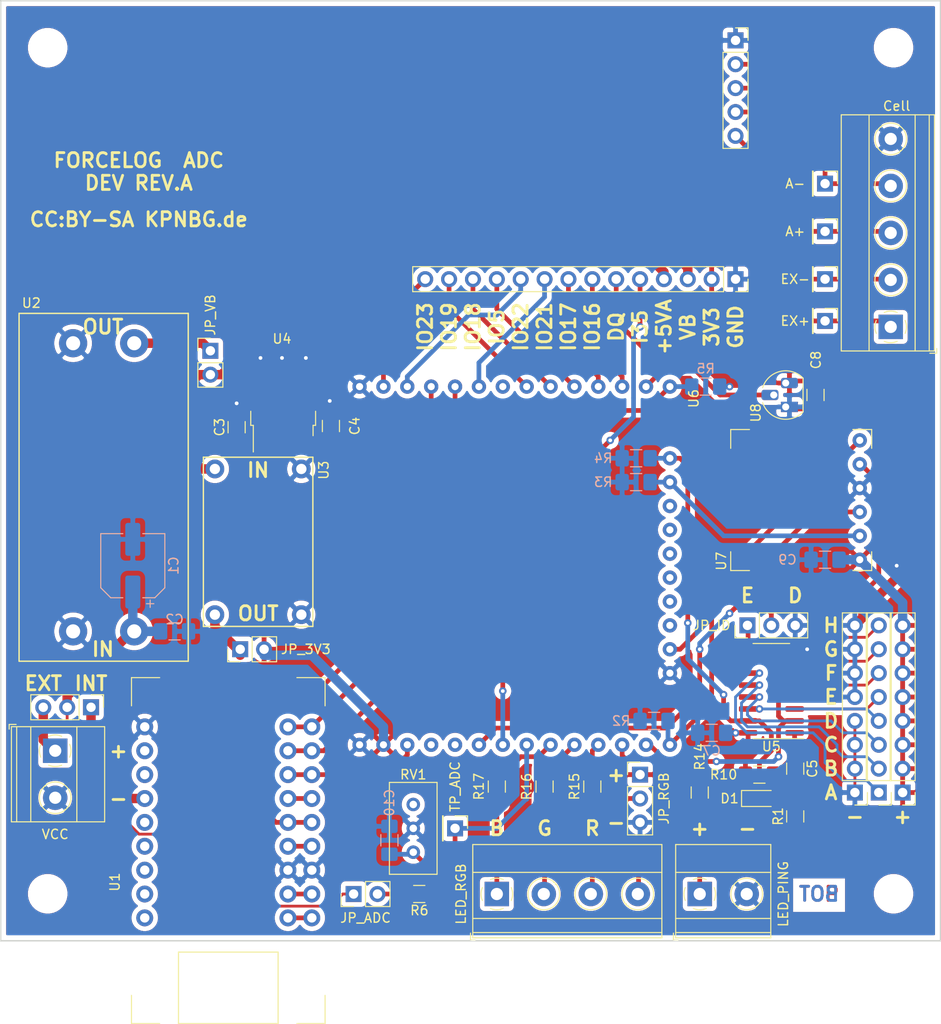
<source format=kicad_pcb>
(kicad_pcb (version 20171130) (host pcbnew 5.1.5-52549c5~84~ubuntu18.04.1)
  (layers (0 F.Cu signal) (31 B.Cu signal) (34 B.Paste user) (35 F.Paste user) (36 B.SilkS user) (37 F.SilkS user) (38 B.Mask user) (39 F.Mask user) (44 Edge.Cuts user))
  (net 0 "")
  (net 1 GND)
  (net 2 +3V3)
  (net 3 "Net-(JP1-Pad1)")
  (net 4 "Net-(JP3-Pad1)")
  (net 5 "Net-(P4-Pad2)")
  (net 6 "Net-(P11-Pad3)")
  (net 7 "Net-(JP6-Pad2)")
  (net 8 "Net-(C10-Pad1)")
  (net 9 "Net-(JP2-Pad1)")
  (net 10 /Digital/QH)
  (net 11 "Net-(JP8-Pad2)")
  (net 12 "Net-(P4-Pad3)")
  (net 13 "Net-(P4-Pad4)")
  (net 14 /Digital/RXD)
  (net 15 /Digital/TXD)
  (net 16 /Digital/RTS)
  (net 17 /Digital/DTR)
  (net 18 "Net-(P11-Pad2)")
  (net 19 /Digital/HMISO)
  (net 20 /Digital/H~CS)
  (net 21 /Digital/PING)
  (net 22 /Digital/RED)
  (net 23 /Digital/GREEN)
  (net 24 /Digital/BLUE)
  (net 25 /Digital/HCLK)
  (net 26 /Digital/HMOSI)
  (net 27 /Digital/DQ)
  (net 28 "Net-(U1-Pad1)")
  (net 29 "Net-(U1-Pad2)")
  (net 30 "Net-(U1-Pad4)")
  (net 31 "Net-(U1-Pad6)")
  (net 32 "Net-(JP1-Pad3)")
  (net 33 "Net-(P4-Pad8)")
  (net 34 "Net-(P4-Pad7)")
  (net 35 "Net-(P4-Pad6)")
  (net 36 "Net-(P4-Pad5)")
  (net 37 "Net-(P4-Pad1)")
  (net 38 VCC)
  (net 39 Vboost)
  (net 40 "Net-(C5-Pad2)")
  (net 41 "Net-(C5-Pad1)")
  (net 42 "Net-(JP4-Pad1)")
  (net 43 /Digital/IO_19|VMISO)
  (net 44 /Digital/IO_5|V~CS)
  (net 45 /Digital/IO_22|SCL)
  (net 46 /Digital/IO_21|SDA)
  (net 47 /Digital/IO_17)
  (net 48 /Digital/IO_16)
  (net 49 /Digital/SH)
  (net 50 +5VA)
  (net 51 /Digital/IO_23|VMOSI)
  (net 52 /Digital/IO_18|VCLK)
  (net 53 /Digital/I35)
  (net 54 "Net-(P12-Pad1)")
  (net 55 "Net-(P13-Pad1)")
  (net 56 "Net-(P10-Pad1)")
  (net 57 "Net-(P11-Pad1)")
  (net 58 "Net-(P14-Pad2)")
  (net 59 "Net-(P14-Pad1)")
  (module buck:ft232rl_breakout_combined (layer F.Cu) (at 65.405 159.385 270)
    (fp_text reference U1 (at 6.35 12.065 90) (layer F.SilkS))
    (fp_text value FT232breakout)
    (pad 1 thru_hole circle (at 10.16 -6.35 270) (size 1.8 1.8) (drill 1) (layers *.Cu *.Mask) (net 28 "Net-(U1-Pad1)"))
    (pad 2 thru_hole circle (at 7.62 -6.35 270) (size 1.8 1.8) (drill 1) (layers *.Cu *.Mask) (net 29 "Net-(U1-Pad2)"))
    (pad 3 thru_hole circle (at 5.08 -6.35 270) (size 1.8 1.8) (drill 1) (layers *.Cu *.Mask) (net 1 GND))
    (pad 4 thru_hole circle (at 2.54 -6.35 270) (size 1.8 1.8) (drill 1) (layers *.Cu *.Mask) (net 30 "Net-(U1-Pad4)"))
    (pad 5 thru_hole circle (at 0 -6.35 270) (size 1.8 1.8) (drill 1) (layers *.Cu *.Mask) (net 15 /Digital/TXD))
    (pad 6 thru_hole circle (at -2.54 -6.35 270) (size 1.8 1.8) (drill 1) (layers *.Cu *.Mask) (net 31 "Net-(U1-Pad6)"))
    (pad 7 thru_hole circle (at -5.08 -6.35 270) (size 1.8 1.8) (drill 1) (layers *.Cu *.Mask) (net 16 /Digital/RTS))
    (pad 8 thru_hole circle (at -7.62 -6.35 270) (size 1.8 1.8) (drill 1) (layers *.Cu *.Mask) (net 17 /Digital/DTR))
    (pad 9 thru_hole circle (at -10.16 -6.35 270) (size 1.8 1.8) (drill 1) (layers *.Cu *.Mask) (net 14 /Digital/RXD))
    (pad 18 thru_hole circle (at -10.16 8.89 270) (size 1.8 1.8) (drill 1) (layers *.Cu *.Mask) (net 1 GND))
    (pad 17 thru_hole circle (at -7.62 8.89 270) (size 1.8 1.8) (drill 1) (layers *.Cu *.Mask))
    (pad 16 thru_hole circle (at -5.08 8.89 270) (size 1.8 1.8) (drill 1) (layers *.Cu *.Mask))
    (pad 15 thru_hole circle (at -2.54 8.89 270) (size 1.8 1.8) (drill 1) (layers *.Cu *.Mask) (net 3 "Net-(JP1-Pad1)"))
    (pad 14 thru_hole circle (at 0 8.89 270) (size 1.8 1.8) (drill 1) (layers *.Cu *.Mask))
    (pad 13 thru_hole circle (at 2.54 8.89 270) (size 1.8 1.8) (drill 1) (layers *.Cu *.Mask))
    (pad 12 thru_hole circle (at 5.08 8.89 270) (size 1.8 1.8) (drill 1) (layers *.Cu *.Mask))
    (pad 11 thru_hole circle (at 7.62 8.89 270) (size 1.8 1.8) (drill 1) (layers *.Cu *.Mask))
    (pad 10 thru_hole circle (at 10.16 8.89 270) (size 1.8 1.8) (drill 1) (layers *.Cu *.Mask))
    (pad 9 thru_hole circle (at -10.16 -8.89 270) (size 1.8 1.8) (drill 1) (layers *.Cu *.Mask) (net 14 /Digital/RXD))
    (pad 8 thru_hole circle (at -7.62 -8.89 270) (size 1.8 1.8) (drill 1) (layers *.Cu *.Mask) (net 17 /Digital/DTR))
    (pad 7 thru_hole circle (at -5.08 -8.89 270) (size 1.8 1.8) (drill 1) (layers *.Cu *.Mask) (net 16 /Digital/RTS))
    (pad 6 thru_hole circle (at -2.54 -8.89 270) (size 1.8 1.8) (drill 1) (layers *.Cu *.Mask) (net 31 "Net-(U1-Pad6)"))
    (pad 5 thru_hole circle (at 0 -8.89 270) (size 1.8 1.8) (drill 1) (layers *.Cu *.Mask) (net 15 /Digital/TXD))
    (pad 4 thru_hole circle (at 2.54 -8.89 270) (size 1.8 1.8) (drill 1) (layers *.Cu *.Mask) (net 30 "Net-(U1-Pad4)"))
    (pad 3 thru_hole circle (at 5.08 -8.89 270) (size 1.8 1.8) (drill 1) (layers *.Cu *.Mask) (net 1 GND))
    (pad 2 thru_hole circle (at 7.62 -8.89 270) (size 1.8 1.8) (drill 1) (layers *.Cu *.Mask) (net 29 "Net-(U1-Pad2)"))
    (pad 1 thru_hole circle (at 10.16 -8.89 270) (size 1.8 1.8) (drill 1) (layers *.Cu *.Mask) (net 28 "Net-(U1-Pad1)"))
  )
  (module Connector_PinHeader_2.54mm:PinHeader_1x01_P2.54mm_Vertical (layer F.Cu) (at 128.905 106.045 270)
    (fp_text reference P18 hide)
    (fp_text value EX+ (at 0 3.175) (layer F.SilkS))
    (pad 1 thru_hole rect (at 0 0 270) (size 1.7 1.7) (drill 1) (layers *.Cu *.Mask) (net 59 "Net-(P14-Pad1)"))
  )
  (module Connector_PinHeader_2.54mm:PinHeader_1x01_P2.54mm_Vertical (layer F.Cu) (at 128.905 101.6 270)
    (fp_text reference P17 hide)
    (fp_text value EX- (at 0 3.175 180) (layer F.SilkS))
    (pad 1 thru_hole rect (at 0 0 270) (size 1.7 1.7) (drill 1) (layers *.Cu *.Mask) (net 58 "Net-(P14-Pad2)"))
  )
  (module Connector_PinSocket_2.54mm:PinSocket_1x05_P2.54mm_Vertical (layer F.Cu) (at 119.38 76.2)
    (fp_text reference P16 hide)
    (fp_text value CONN_01X05)
    (pad 5 thru_hole oval (at 0 10.16) (size 1.7 1.7) (drill 1) (layers *.Cu *.Mask) (net 59 "Net-(P14-Pad1)"))
    (pad 4 thru_hole oval (at 0 7.62) (size 1.7 1.7) (drill 1) (layers *.Cu *.Mask) (net 58 "Net-(P14-Pad2)"))
    (pad 3 thru_hole oval (at 0 5.08) (size 1.7 1.7) (drill 1) (layers *.Cu *.Mask) (net 55 "Net-(P13-Pad1)"))
    (pad 2 thru_hole oval (at 0 2.54) (size 1.7 1.7) (drill 1) (layers *.Cu *.Mask) (net 54 "Net-(P12-Pad1)"))
    (pad 1 thru_hole rect (at 0 0) (size 1.7 1.7) (drill 1) (layers *.Cu *.Mask) (net 1 GND))
  )
  (module TerminalBlock_Phoenix:TerminalBlock_Phoenix_MKDS-1,5-5_1x05_P5.00mm_Horizontal (layer F.Cu) (at 135.89 106.68 90)
    (fp_text reference P14 hide)
    (fp_text value Cell (at 23.495 0.635 180) (layer F.SilkS))
    (pad 5 thru_hole circle (at 20 0 90) (size 2.6 2.6) (drill 1.3) (layers *.Cu *.Mask) (net 1 GND))
    (pad 4 thru_hole circle (at 15 0 90) (size 2.6 2.6) (drill 1.3) (layers *.Cu *.Mask) (net 54 "Net-(P12-Pad1)"))
    (pad 3 thru_hole circle (at 10 0 90) (size 2.6 2.6) (drill 1.3) (layers *.Cu *.Mask) (net 55 "Net-(P13-Pad1)"))
    (pad 2 thru_hole circle (at 5 0 90) (size 2.6 2.6) (drill 1.3) (layers *.Cu *.Mask) (net 58 "Net-(P14-Pad2)"))
    (pad 1 thru_hole rect (at 0 0 90) (size 2.6 2.6) (drill 1.3) (layers *.Cu *.Mask) (net 59 "Net-(P14-Pad1)"))
  )
  (module Connector_PinHeader_2.54mm:PinHeader_1x01_P2.54mm_Vertical (layer F.Cu) (at 128.905 96.52 270)
    (fp_text reference P13 hide)
    (fp_text value A+ (at 0 3.175 180) (layer F.SilkS))
    (pad 1 thru_hole rect (at 0 0 270) (size 1.7 1.7) (drill 1) (layers *.Cu *.Mask) (net 55 "Net-(P13-Pad1)"))
  )
  (module Connector_PinHeader_2.54mm:PinHeader_1x01_P2.54mm_Vertical (layer F.Cu) (at 128.905 91.44 270)
    (fp_text reference P12 hide)
    (fp_text value A- (at 0 3.175 180) (layer F.SilkS))
    (pad 1 thru_hole rect (at 0 0 270) (size 1.7 1.7) (drill 1) (layers *.Cu *.Mask) (net 54 "Net-(P12-Pad1)"))
  )
  (module Diode_SMD:D_SOD-323_HandSoldering (layer F.Cu) (at 121.92 156.845)
    (fp_text reference D1 (at -3.175 0) (layer F.SilkS))
    (fp_text value BAT54)
    (pad A smd rect (at 1.25 0) (size 1 1) (layers F.Cu F.Paste F.Mask) (net 41 "Net-(C5-Pad1)"))
    (pad K smd rect (at -1.25 0) (size 1 1) (layers F.Cu F.Paste F.Mask) (net 2 +3V3))
  )
  (module MountingHole:MountingHole_3.2mm_M3 (layer F.Cu) (at 136.19 76.98)
    (fp_text reference P15 hide)
    (fp_text value CONN_01X01)
    (pad 1 np_thru_hole circle (at 0 0) (size 3.2 3.2) (drill 3.2) (layers *.Cu *.Mask))
  )
  (module MountingHole:MountingHole_3.2mm_M3 (layer F.Cu) (at 46.19 76.98)
    (fp_text reference P9 hide)
    (fp_text value CONN_01X01)
    (pad 1 np_thru_hole circle (at 0 0) (size 3.2 3.2) (drill 3.2) (layers *.Cu *.Mask))
  )
  (module MountingHole:MountingHole_3.2mm_M3 (layer F.Cu) (at 46.19 166.98)
    (fp_text reference P7 hide)
    (fp_text value CONN_01X01)
    (pad 1 np_thru_hole circle (at 0 0) (size 3.2 3.2) (drill 3.2) (layers *.Cu *.Mask))
  )
  (module MountingHole:MountingHole_3.2mm_M3 (layer F.Cu) (at 136.19 166.98)
    (fp_text reference P6 hide)
    (fp_text value CONN_01X01)
    (pad 1 np_thru_hole circle (at 0 0) (size 3.2 3.2) (drill 3.2) (layers *.Cu *.Mask))
  )
  (module Connector_PinHeader_2.54mm:PinHeader_1x02_P2.54mm_Vertical (layer F.Cu) (at 66.675 140.97 90)
    (fp_text reference JP2 hide)
    (fp_text value JP_3V3 (at 0 6.985 180) (layer F.SilkS))
    (pad 2 thru_hole oval (at 0 2.54 90) (size 1.7 1.7) (drill 1) (layers *.Cu *.Mask) (net 2 +3V3))
    (pad 1 thru_hole rect (at 0 0 90) (size 1.7 1.7) (drill 1) (layers *.Cu *.Mask) (net 9 "Net-(JP2-Pad1)"))
  )
  (module Capacitor_SMD:CP_Elec_6.3x4.9 (layer B.Cu) (at 55.245 132.08 90)
    (fp_text reference C1 (at 0 4.35 90) (layer B.SilkS) (effects (justify mirror)))
    (fp_text value 10µ)
    (pad 2 smd roundrect (at 2.8 0 90) (size 3.5 1.6) (layers B.Cu B.Paste B.Mask) (roundrect_rratio 0.15625) (net 1 GND))
    (pad 1 smd roundrect (at -2.8 0 90) (size 3.5 1.6) (layers B.Cu B.Paste B.Mask) (roundrect_rratio 0.15625) (net 38 VCC))
  )
  (module Connector_PinHeader_2.54mm:PinHeader_1x02_P2.54mm_Vertical (layer F.Cu) (at 63.5 109.22)
    (fp_text reference JP4 hide)
    (fp_text value JP_VB (at 0 -3.81 270) (layer F.SilkS))
    (pad 2 thru_hole oval (at 0 2.54) (size 1.7 1.7) (drill 1) (layers *.Cu *.Mask) (net 39 Vboost))
    (pad 1 thru_hole rect (at 0 0) (size 1.7 1.7) (drill 1) (layers *.Cu *.Mask) (net 42 "Net-(JP4-Pad1)"))
  )
  (module RF_Module:ESP32-WROOM-BREAKOUT (layer F.Cu) (at 79.375 132.08 90)
    (fp_text reference U6 (at 17.78 35.56 90) (layer F.SilkS))
    (fp_text value ESP32-WROOM-32U)
    (pad 38 thru_hole circle (at 19.05 0 90) (size 1.524 1.524) (drill 0.762) (layers *.Cu *.Mask) (net 1 GND))
    (pad 37 thru_hole circle (at 19.05 2.54 90) (size 1.524 1.524) (drill 0.762) (layers *.Cu *.Mask) (net 51 /Digital/IO_23|VMOSI))
    (pad 36 thru_hole circle (at 19.05 5.08 90) (size 1.524 1.524) (drill 0.762) (layers *.Cu *.Mask) (net 45 /Digital/IO_22|SCL))
    (pad 35 thru_hole circle (at 19.05 7.62 90) (size 1.524 1.524) (drill 0.762) (layers *.Cu *.Mask) (net 15 /Digital/TXD))
    (pad 34 thru_hole circle (at 19.05 10.16 90) (size 1.524 1.524) (drill 0.762) (layers *.Cu *.Mask) (net 14 /Digital/RXD))
    (pad 33 thru_hole circle (at 19.05 12.7 90) (size 1.524 1.524) (drill 0.762) (layers *.Cu *.Mask) (net 46 /Digital/IO_21|SDA))
    (pad 32 thru_hole circle (at 19.05 15.24 90) (size 1.524 1.524) (drill 0.762) (layers *.Cu *.Mask))
    (pad 31 thru_hole circle (at 19.05 17.78 90) (size 1.524 1.524) (drill 0.762) (layers *.Cu *.Mask) (net 43 /Digital/IO_19|VMISO))
    (pad 30 thru_hole circle (at 19.05 20.32 90) (size 1.524 1.524) (drill 0.762) (layers *.Cu *.Mask) (net 52 /Digital/IO_18|VCLK))
    (pad 29 thru_hole circle (at 19.05 22.86 90) (size 1.524 1.524) (drill 0.762) (layers *.Cu *.Mask) (net 44 /Digital/IO_5|V~CS))
    (pad 28 thru_hole circle (at 19.05 25.4 90) (size 1.524 1.524) (drill 0.762) (layers *.Cu *.Mask) (net 47 /Digital/IO_17))
    (pad 27 thru_hole circle (at 19.05 27.94 90) (size 1.524 1.524) (drill 0.762) (layers *.Cu *.Mask) (net 48 /Digital/IO_16))
    (pad 26 thru_hole circle (at 19.05 30.48 90) (size 1.524 1.524) (drill 0.762) (layers *.Cu *.Mask) (net 27 /Digital/DQ))
    (pad 25 thru_hole circle (at 19.05 33.02 90) (size 1.524 1.524) (drill 0.762) (layers *.Cu *.Mask) (net 17 /Digital/DTR))
    (pad 24 thru_hole circle (at 11.43 33.02 90) (size 1.524 1.524) (drill 0.762) (layers *.Cu *.Mask) (net 49 /Digital/SH))
    (pad 23 thru_hole circle (at 8.89 33.02 90) (size 1.524 1.524) (drill 0.762) (layers *.Cu *.Mask) (net 20 /Digital/H~CS))
    (pad 22 thru_hole circle (at 6.35 33.02 90) (size 1.524 1.524) (drill 0.762) (layers *.Cu *.Mask))
    (pad 21 thru_hole circle (at 3.81 33.02 90) (size 1.524 1.524) (drill 0.762) (layers *.Cu *.Mask))
    (pad 20 thru_hole circle (at 1.27 33.02 90) (size 1.524 1.524) (drill 0.762) (layers *.Cu *.Mask))
    (pad 19 thru_hole circle (at -1.27 33.02 90) (size 1.524 1.524) (drill 0.762) (layers *.Cu *.Mask))
    (pad 18 thru_hole circle (at -3.81 33.02 90) (size 1.524 1.524) (drill 0.762) (layers *.Cu *.Mask))
    (pad 17 thru_hole circle (at -6.35 33.02 90) (size 1.524 1.524) (drill 0.762) (layers *.Cu *.Mask))
    (pad 16 thru_hole circle (at -8.89 33.02 90) (size 1.524 1.524) (drill 0.762) (layers *.Cu *.Mask) (net 26 /Digital/HMOSI))
    (pad 15 thru_hole circle (at -11.43 33.02 90) (size 1.524 1.524) (drill 0.762) (layers *.Cu *.Mask) (net 1 GND))
    (pad 14 thru_hole circle (at -19.05 33.02 90) (size 1.524 1.524) (drill 0.762) (layers *.Cu *.Mask) (net 19 /Digital/HMISO))
    (pad 13 thru_hole circle (at -19.05 30.48 90) (size 1.524 1.524) (drill 0.762) (layers *.Cu *.Mask) (net 25 /Digital/HCLK))
    (pad 12 thru_hole circle (at -19.05 27.94 90) (size 1.524 1.524) (drill 0.762) (layers *.Cu *.Mask) (net 21 /Digital/PING))
    (pad 11 thru_hole circle (at -19.05 25.4 90) (size 1.524 1.524) (drill 0.762) (layers *.Cu *.Mask) (net 22 /Digital/RED))
    (pad 10 thru_hole circle (at -19.05 22.86 90) (size 1.524 1.524) (drill 0.762) (layers *.Cu *.Mask) (net 23 /Digital/GREEN))
    (pad 9 thru_hole circle (at -19.05 20.32 90) (size 1.524 1.524) (drill 0.762) (layers *.Cu *.Mask) (net 24 /Digital/BLUE))
    (pad 8 thru_hole circle (at -19.05 17.78 90) (size 1.524 1.524) (drill 0.762) (layers *.Cu *.Mask) (net 8 "Net-(C10-Pad1)"))
    (pad 7 thru_hole circle (at -19.05 15.24 90) (size 1.524 1.524) (drill 0.762) (layers *.Cu *.Mask) (net 53 /Digital/I35))
    (pad 6 thru_hole circle (at -19.05 12.7 90) (size 1.524 1.524) (drill 0.762) (layers *.Cu *.Mask) (net 10 /Digital/QH))
    (pad 5 thru_hole circle (at -19.05 10.16 90) (size 1.524 1.524) (drill 0.762) (layers *.Cu *.Mask))
    (pad 4 thru_hole circle (at -19.05 7.62 90) (size 1.524 1.524) (drill 0.762) (layers *.Cu *.Mask))
    (pad 3 thru_hole circle (at -19.05 5.08 90) (size 1.524 1.524) (drill 0.762) (layers *.Cu *.Mask) (net 16 /Digital/RTS))
    (pad 2 thru_hole circle (at -19.05 2.54 90) (size 1.524 1.524) (drill 0.762) (layers *.Cu *.Mask) (net 2 +3V3))
    (pad 1 thru_hole circle (at -19.05 0 90) (size 1.524 1.524) (drill 0.762) (layers *.Cu *.Mask) (net 1 GND))
  )
  (module Package_TO_SOT_SMD:TO-252-2 (layer F.Cu) (at 71.247 114.681 90)
    (fp_text reference U4 (at 6.731 -0.127 180) (layer F.SilkS))
    (fp_text value 7805)
    (pad 2 smd rect (at 2.1 0 90) (size 6.4 5.8) (layers F.Cu F.Mask) (net 1 GND))
    (pad 3 smd rect (at -4.2 2.28 90) (size 2.2 1.2) (layers F.Cu F.Paste F.Mask) (net 50 +5VA))
    (pad 1 smd rect (at -4.2 -2.28 90) (size 2.2 1.2) (layers F.Cu F.Paste F.Mask) (net 39 Vboost))
  )
  (module buck:MT3608_module_boost (layer F.Cu) (at 52.145 123.74 90)
    (fp_text reference U2 (at 19.6 -7.695 180) (layer F.SilkS))
    (fp_text value BoostConverter)
    (pad 4 thru_hole circle (at 15.325 -3.25 90) (size 3 3) (drill 1.5) (layers *.Cu *.Mask) (net 1 GND))
    (pad 3 thru_hole circle (at 15.325 3.25 90) (size 3 3) (drill 1.5) (layers *.Cu *.Mask) (net 42 "Net-(JP4-Pad1)"))
    (pad 2 thru_hole circle (at -15.325 3.25 90) (size 3 3) (drill 1.5) (layers *.Cu *.Mask) (net 38 VCC))
    (pad 1 thru_hole circle (at -15.325 -3.25 90) (size 3 3) (drill 1.5) (layers *.Cu *.Mask) (net 1 GND))
  )
  (module Resistor_SMD:R_1206_3216Metric_Pad1.42x1.75mm_HandSolder (layer F.Cu) (at 121.92 154.305)
    (fp_text reference R10 (at -3.81 0) (layer F.SilkS))
    (fp_text value 470)
    (pad 2 smd roundrect (at 1.4875 0) (size 1.425 1.75) (layers F.Cu F.Paste F.Mask) (roundrect_rratio 0.175439) (net 41 "Net-(C5-Pad1)"))
    (pad 1 smd roundrect (at -1.4875 0) (size 1.425 1.75) (layers F.Cu F.Paste F.Mask) (roundrect_rratio 0.175439) (net 2 +3V3))
  )
  (module Resistor_SMD:R_1206_3216Metric_Pad1.42x1.75mm_HandSolder (layer F.Cu) (at 125.73 158.75 90)
    (fp_text reference R1 (at 0 -1.82 90) (layer F.SilkS))
    (fp_text value 470)
    (pad 2 smd roundrect (at 1.4875 0 90) (size 1.425 1.75) (layers F.Cu F.Paste F.Mask) (roundrect_rratio 0.175439) (net 40 "Net-(C5-Pad2)"))
    (pad 1 smd roundrect (at -1.4875 0 90) (size 1.425 1.75) (layers F.Cu F.Paste F.Mask) (roundrect_rratio 0.175439) (net 49 /Digital/SH))
  )
  (module Connector_PinSocket_2.54mm:PinSocket_1x14_P2.54mm_Vertical (layer F.Cu) (at 119.38 101.6 270)
    (fp_text reference P5 hide)
    (fp_text value CONN_01X14)
    (pad 14 thru_hole oval (at 0 33.02 270) (size 1.7 1.7) (drill 1) (layers *.Cu *.Mask) (net 51 /Digital/IO_23|VMOSI))
    (pad 13 thru_hole oval (at 0 30.48 270) (size 1.7 1.7) (drill 1) (layers *.Cu *.Mask) (net 43 /Digital/IO_19|VMISO))
    (pad 12 thru_hole oval (at 0 27.94 270) (size 1.7 1.7) (drill 1) (layers *.Cu *.Mask) (net 52 /Digital/IO_18|VCLK))
    (pad 11 thru_hole oval (at 0 25.4 270) (size 1.7 1.7) (drill 1) (layers *.Cu *.Mask) (net 44 /Digital/IO_5|V~CS))
    (pad 10 thru_hole oval (at 0 22.86 270) (size 1.7 1.7) (drill 1) (layers *.Cu *.Mask) (net 45 /Digital/IO_22|SCL))
    (pad 9 thru_hole oval (at 0 20.32 270) (size 1.7 1.7) (drill 1) (layers *.Cu *.Mask) (net 46 /Digital/IO_21|SDA))
    (pad 8 thru_hole oval (at 0 17.78 270) (size 1.7 1.7) (drill 1) (layers *.Cu *.Mask) (net 47 /Digital/IO_17))
    (pad 7 thru_hole oval (at 0 15.24 270) (size 1.7 1.7) (drill 1) (layers *.Cu *.Mask) (net 48 /Digital/IO_16))
    (pad 6 thru_hole oval (at 0 12.7 270) (size 1.7 1.7) (drill 1) (layers *.Cu *.Mask) (net 27 /Digital/DQ))
    (pad 5 thru_hole oval (at 0 10.16 270) (size 1.7 1.7) (drill 1) (layers *.Cu *.Mask) (net 53 /Digital/I35))
    (pad 4 thru_hole oval (at 0 7.62 270) (size 1.7 1.7) (drill 1) (layers *.Cu *.Mask) (net 50 +5VA))
    (pad 3 thru_hole oval (at 0 5.08 270) (size 1.7 1.7) (drill 1) (layers *.Cu *.Mask) (net 39 Vboost))
    (pad 2 thru_hole oval (at 0 2.54 270) (size 1.7 1.7) (drill 1) (layers *.Cu *.Mask) (net 2 +3V3))
    (pad 1 thru_hole rect (at 0 0 270) (size 1.7 1.7) (drill 1) (layers *.Cu *.Mask) (net 1 GND))
  )
  (module Capacitor_SMD:C_1206_3216Metric_Pad1.42x1.75mm_HandSolder (layer F.Cu) (at 125.73 153.67 270)
    (fp_text reference C5 (at 0 -1.82 90) (layer F.SilkS))
    (fp_text value 100n)
    (pad 2 smd roundrect (at 1.4875 0 270) (size 1.425 1.75) (layers F.Cu F.Paste F.Mask) (roundrect_rratio 0.175439) (net 40 "Net-(C5-Pad2)"))
    (pad 1 smd roundrect (at -1.4875 0 270) (size 1.425 1.75) (layers F.Cu F.Paste F.Mask) (roundrect_rratio 0.175439) (net 41 "Net-(C5-Pad1)"))
  )
  (module Capacitor_SMD:C_1206_3216Metric_Pad1.42x1.75mm_HandSolder (layer F.Cu) (at 76.327 117.221 90)
    (fp_text reference C4 (at 0 2.54 90) (layer F.SilkS))
    (fp_text value 100n)
    (pad 2 smd roundrect (at 1.4875 0 90) (size 1.425 1.75) (layers F.Cu F.Paste F.Mask) (roundrect_rratio 0.175439) (net 1 GND))
    (pad 1 smd roundrect (at -1.4875 0 90) (size 1.425 1.75) (layers F.Cu F.Paste F.Mask) (roundrect_rratio 0.175439) (net 50 +5VA))
  )
  (module Capacitor_SMD:C_1206_3216Metric_Pad1.42x1.75mm_HandSolder (layer F.Cu) (at 66.294 117.348 90)
    (fp_text reference C3 (at 0 -1.82 90) (layer F.SilkS))
    (fp_text value 330n)
    (pad 2 smd roundrect (at 1.4875 0 90) (size 1.425 1.75) (layers F.Cu F.Paste F.Mask) (roundrect_rratio 0.175439) (net 1 GND))
    (pad 1 smd roundrect (at -1.4875 0 90) (size 1.425 1.75) (layers F.Cu F.Paste F.Mask) (roundrect_rratio 0.175439) (net 39 Vboost))
  )
  (module Capacitor_SMD:C_1206_3216Metric_Pad1.42x1.75mm_HandSolder (layer B.Cu) (at 59.69 139.065)
    (fp_text reference C2 (at 0 -1.27) (layer B.SilkS) (effects (justify mirror)))
    (fp_text value 100n)
    (pad 2 smd roundrect (at 1.4875 0) (size 1.425 1.75) (layers B.Cu B.Paste B.Mask) (roundrect_rratio 0.175439) (net 1 GND))
    (pad 1 smd roundrect (at -1.4875 0) (size 1.425 1.75) (layers B.Cu B.Paste B.Mask) (roundrect_rratio 0.175439) (net 38 VCC))
  )
  (module Connector_PinHeader_2.54mm:PinHeader_1x08_P2.54mm_Vertical (layer F.Cu) (at 134.62 156.21 180)
    (fp_text reference P4 hide)
    (fp_text value CONN_01X08)
    (pad 8 thru_hole oval (at 0 17.78 180) (size 1.7 1.7) (drill 1) (layers *.Cu *.Mask) (net 33 "Net-(P4-Pad8)"))
    (pad 7 thru_hole oval (at 0 15.24 180) (size 1.7 1.7) (drill 1) (layers *.Cu *.Mask) (net 34 "Net-(P4-Pad7)"))
    (pad 6 thru_hole oval (at 0 12.7 180) (size 1.7 1.7) (drill 1) (layers *.Cu *.Mask) (net 35 "Net-(P4-Pad6)"))
    (pad 5 thru_hole oval (at 0 10.16 180) (size 1.7 1.7) (drill 1) (layers *.Cu *.Mask) (net 36 "Net-(P4-Pad5)"))
    (pad 4 thru_hole oval (at 0 7.62 180) (size 1.7 1.7) (drill 1) (layers *.Cu *.Mask) (net 13 "Net-(P4-Pad4)"))
    (pad 3 thru_hole oval (at 0 5.08 180) (size 1.7 1.7) (drill 1) (layers *.Cu *.Mask) (net 12 "Net-(P4-Pad3)"))
    (pad 2 thru_hole oval (at 0 2.54 180) (size 1.7 1.7) (drill 1) (layers *.Cu *.Mask) (net 5 "Net-(P4-Pad2)"))
    (pad 1 thru_hole rect (at 0 0 180) (size 1.7 1.7) (drill 1) (layers *.Cu *.Mask) (net 37 "Net-(P4-Pad1)"))
  )
  (module Connector_PinHeader_2.54mm:PinHeader_1x08_P2.54mm_Vertical (layer F.Cu) (at 132.08 156.21 180)
    (fp_text reference P3 hide)
    (fp_text value CONN_01X08 hide)
    (pad 8 thru_hole oval (at 0 17.78 180) (size 1.7 1.7) (drill 1) (layers *.Cu *.Mask) (net 1 GND))
    (pad 7 thru_hole oval (at 0 15.24 180) (size 1.7 1.7) (drill 1) (layers *.Cu *.Mask) (net 1 GND))
    (pad 6 thru_hole oval (at 0 12.7 180) (size 1.7 1.7) (drill 1) (layers *.Cu *.Mask) (net 1 GND))
    (pad 5 thru_hole oval (at 0 10.16 180) (size 1.7 1.7) (drill 1) (layers *.Cu *.Mask) (net 1 GND))
    (pad 4 thru_hole oval (at 0 7.62 180) (size 1.7 1.7) (drill 1) (layers *.Cu *.Mask) (net 1 GND))
    (pad 3 thru_hole oval (at 0 5.08 180) (size 1.7 1.7) (drill 1) (layers *.Cu *.Mask) (net 1 GND))
    (pad 2 thru_hole oval (at 0 2.54 180) (size 1.7 1.7) (drill 1) (layers *.Cu *.Mask) (net 1 GND))
    (pad 1 thru_hole rect (at 0 0 180) (size 1.7 1.7) (drill 1) (layers *.Cu *.Mask) (net 1 GND))
  )
  (module Connector_PinHeader_2.54mm:PinHeader_1x08_P2.54mm_Vertical (layer F.Cu) (at 137.16 156.21 180)
    (fp_text reference P2 hide)
    (fp_text value CONN_01X08)
    (pad 8 thru_hole oval (at 0 17.78 180) (size 1.7 1.7) (drill 1) (layers *.Cu *.Mask) (net 2 +3V3))
    (pad 7 thru_hole oval (at 0 15.24 180) (size 1.7 1.7) (drill 1) (layers *.Cu *.Mask) (net 2 +3V3))
    (pad 6 thru_hole oval (at 0 12.7 180) (size 1.7 1.7) (drill 1) (layers *.Cu *.Mask) (net 2 +3V3))
    (pad 5 thru_hole oval (at 0 10.16 180) (size 1.7 1.7) (drill 1) (layers *.Cu *.Mask) (net 2 +3V3))
    (pad 4 thru_hole oval (at 0 7.62 180) (size 1.7 1.7) (drill 1) (layers *.Cu *.Mask) (net 2 +3V3))
    (pad 3 thru_hole oval (at 0 5.08 180) (size 1.7 1.7) (drill 1) (layers *.Cu *.Mask) (net 2 +3V3))
    (pad 2 thru_hole oval (at 0 2.54 180) (size 1.7 1.7) (drill 1) (layers *.Cu *.Mask) (net 2 +3V3))
    (pad 1 thru_hole rect (at 0 0 180) (size 1.7 1.7) (drill 1) (layers *.Cu *.Mask) (net 2 +3V3))
  )
  (module TerminalBlock_Phoenix:TerminalBlock_Phoenix_MKDS-1,5-2_1x02_P5.00mm_Horizontal (layer F.Cu) (at 46.99 151.765 270)
    (fp_text reference P1 hide)
    (fp_text value VCC (at 8.89 0 180) (layer F.SilkS))
    (pad 2 thru_hole circle (at 5 0 270) (size 2.6 2.6) (drill 1.3) (layers *.Cu *.Mask) (net 1 GND))
    (pad 1 thru_hole rect (at 0 0 270) (size 2.6 2.6) (drill 1.3) (layers *.Cu *.Mask) (net 32 "Net-(JP1-Pad3)"))
  )
  (module Connector_PinHeader_2.54mm:PinHeader_1x03_P2.54mm_Vertical (layer F.Cu) (at 109.22 154.305)
    (fp_text reference JP8 hide)
    (fp_text value JP_RGB (at 2.54 2.54 90) (layer F.SilkS))
    (pad 3 thru_hole oval (at 0 5.08) (size 1.7 1.7) (drill 1) (layers *.Cu *.Mask) (net 1 GND))
    (pad 2 thru_hole oval (at 0 2.54) (size 1.7 1.7) (drill 1) (layers *.Cu *.Mask) (net 11 "Net-(JP8-Pad2)"))
    (pad 1 thru_hole rect (at 0 0) (size 1.7 1.7) (drill 1) (layers *.Cu *.Mask) (net 2 +3V3))
  )
  (module Connector_PinHeader_2.54mm:PinHeader_1x03_P2.54mm_Vertical (layer F.Cu) (at 120.65 138.43 90)
    (fp_text reference JP3 hide)
    (fp_text value JP_ID (at 0 -3.81 180) (layer F.SilkS))
    (pad 3 thru_hole oval (at 0 5.08 90) (size 1.7 1.7) (drill 1) (layers *.Cu *.Mask) (net 1 GND))
    (pad 2 thru_hole oval (at 0 2.54 90) (size 1.7 1.7) (drill 1) (layers *.Cu *.Mask) (net 10 /Digital/QH))
    (pad 1 thru_hole rect (at 0 0 90) (size 1.7 1.7) (drill 1) (layers *.Cu *.Mask) (net 4 "Net-(JP3-Pad1)"))
  )
  (module Connector_PinHeader_2.54mm:PinHeader_1x03_P2.54mm_Vertical (layer F.Cu) (at 50.8 147.14 270)
    (fp_text reference JP1 hide)
    (fp_text value JUMPER3)
    (pad 3 thru_hole oval (at 0 5.08 270) (size 1.7 1.7) (drill 1) (layers *.Cu *.Mask) (net 32 "Net-(JP1-Pad3)"))
    (pad 2 thru_hole oval (at 0 2.54 270) (size 1.7 1.7) (drill 1) (layers *.Cu *.Mask) (net 38 VCC))
    (pad 1 thru_hole rect (at 0 0 270) (size 1.7 1.7) (drill 1) (layers *.Cu *.Mask) (net 3 "Net-(JP1-Pad1)"))
  )
  (module TerminalBlock_Phoenix:TerminalBlock_Phoenix_MKDS-1,5-4_1x04_P5.00mm_Horizontal (layer F.Cu) (at 93.98 167.005)
    (fp_text reference P11 hide)
    (fp_text value LED_RGB (at -3.81 0 90) (layer F.SilkS))
    (pad 4 thru_hole circle (at 15 0) (size 2.6 2.6) (drill 1.3) (layers *.Cu *.Mask) (net 11 "Net-(JP8-Pad2)"))
    (pad 3 thru_hole circle (at 10 0) (size 2.6 2.6) (drill 1.3) (layers *.Cu *.Mask) (net 6 "Net-(P11-Pad3)"))
    (pad 2 thru_hole circle (at 5 0) (size 2.6 2.6) (drill 1.3) (layers *.Cu *.Mask) (net 18 "Net-(P11-Pad2)"))
    (pad 1 thru_hole rect (at 0 0) (size 2.6 2.6) (drill 1.3) (layers *.Cu *.Mask) (net 57 "Net-(P11-Pad1)"))
  )
  (module TerminalBlock_Phoenix:TerminalBlock_Phoenix_MKDS-1,5-2_1x02_P5.00mm_Horizontal (layer F.Cu) (at 115.57 167.005)
    (fp_text reference P10 hide)
    (fp_text value LED_PING (at 8.89 0 90) (layer F.SilkS))
    (pad 2 thru_hole circle (at 5 0) (size 2.6 2.6) (drill 1.3) (layers *.Cu *.Mask) (net 1 GND))
    (pad 1 thru_hole rect (at 0 0) (size 2.6 2.6) (drill 1.3) (layers *.Cu *.Mask) (net 56 "Net-(P10-Pad1)"))
  )
  (module Potentiometer_THT:Potentiometer_Bourns_3296W_Vertical (layer F.Cu) (at 85.09 162.56 270)
    (fp_text reference RV1 (at -8.255 0 180) (layer F.SilkS))
    (fp_text value 1k)
    (pad 3 thru_hole circle (at -5.08 0 270) (size 1.44 1.44) (drill 0.8) (layers *.Cu *.Mask))
    (pad 2 thru_hole circle (at -2.54 0 270) (size 1.44 1.44) (drill 0.8) (layers *.Cu *.Mask) (net 1 GND))
    (pad 1 thru_hole circle (at 0 0 270) (size 1.44 1.44) (drill 0.8) (layers *.Cu *.Mask) (net 8 "Net-(C10-Pad1)"))
  )
  (module Connector_PinHeader_2.54mm:PinHeader_1x01_P2.54mm_Vertical (layer F.Cu) (at 89.535 160.02 270)
    (fp_text reference P8 hide)
    (fp_text value TP_ADC (at -4.445 0 270) (layer F.SilkS))
    (pad 1 thru_hole rect (at 0 0 270) (size 1.7 1.7) (drill 1) (layers *.Cu *.Mask) (net 8 "Net-(C10-Pad1)"))
  )
  (module Package_TO_SOT_THT:TO-92_HandSolder (layer F.Cu) (at 124.714 115.189 90)
    (fp_text reference U8 (at -0.635 -3.175 90) (layer F.SilkS))
    (fp_text value DS18B20)
    (pad 1 thru_hole rect (at 0 0 90) (size 1.1 1.8) (drill 0.75 (offset 0 0.4)) (layers *.Cu *.Mask) (net 1 GND))
    (pad 3 thru_hole roundrect (at 2.54 0 90) (size 1.1 1.8) (drill 0.75 (offset 0 0.4)) (layers *.Cu *.Mask) (net 2 +3V3))
    (pad 2 thru_hole roundrect (at 1.27 -1.27 90) (size 1.1 1.8) (drill 0.75 (offset 0 -0.4)) (layers *.Cu *.Mask) (net 27 /Digital/DQ))
  )
  (module buck:dsn-mini-360_buck (layer F.Cu) (at 68.58 129.54 90)
    (fp_text reference U3 (at 7.62 6.985 90) (layer F.SilkS))
    (fp_text value BuckConverter)
    (pad 1 thru_hole circle (at 7.75 -4.6 90) (size 2 2) (drill 1.1) (layers *.Cu *.Mask) (net 39 Vboost))
    (pad 2 thru_hole circle (at 7.75 4.6 90) (size 2 2) (drill 1.1) (layers *.Cu *.Mask) (net 1 GND))
    (pad 4 thru_hole circle (at -7.75 4.6 90) (size 2 2) (drill 1.1) (layers *.Cu *.Mask) (net 1 GND))
    (pad 3 thru_hole circle (at -7.75 -4.6 90) (size 2 2) (drill 1.1) (layers *.Cu *.Mask) (net 9 "Net-(JP2-Pad1)"))
  )
  (module Capacitor_SMD:C_1206_3216Metric_Pad1.42x1.75mm_HandSolder (layer B.Cu) (at 116.84 149.86 180)
    (fp_text reference C7 (at 0 -1.905 180) (layer B.SilkS) (effects (justify mirror)))
    (fp_text value 100n)
    (pad 1 smd roundrect (at -1.4875 0 180) (size 1.425 1.75) (layers B.Cu B.Paste B.Mask) (roundrect_rratio 0.175439) (net 2 +3V3))
    (pad 2 smd roundrect (at 1.4875 0 180) (size 1.425 1.75) (layers B.Cu B.Paste B.Mask) (roundrect_rratio 0.175439) (net 1 GND))
  )
  (module Capacitor_SMD:C_1206_3216Metric_Pad1.42x1.75mm_HandSolder (layer F.Cu) (at 127.889 113.919 270)
    (fp_text reference C8 (at -3.715 -0.045 90) (layer F.SilkS))
    (fp_text value 100n)
    (pad 2 smd roundrect (at 1.4875 0 270) (size 1.425 1.75) (layers F.Cu F.Paste F.Mask) (roundrect_rratio 0.175439) (net 1 GND))
    (pad 1 smd roundrect (at -1.4875 0 270) (size 1.425 1.75) (layers F.Cu F.Paste F.Mask) (roundrect_rratio 0.175439) (net 2 +3V3))
  )
  (module Capacitor_SMD:C_1206_3216Metric_Pad1.42x1.75mm_HandSolder (layer B.Cu) (at 128.905 131.445 180)
    (fp_text reference C9 (at 4 0 180) (layer B.SilkS) (effects (justify mirror)))
    (fp_text value 100n)
    (pad 2 smd roundrect (at 1.4875 0 180) (size 1.425 1.75) (layers B.Cu B.Paste B.Mask) (roundrect_rratio 0.175439) (net 1 GND))
    (pad 1 smd roundrect (at -1.4875 0 180) (size 1.425 1.75) (layers B.Cu B.Paste B.Mask) (roundrect_rratio 0.175439) (net 2 +3V3))
  )
  (module Capacitor_SMD:C_1206_3216Metric_Pad1.42x1.75mm_HandSolder (layer B.Cu) (at 82.55 161.29 90)
    (fp_text reference C10 (at 4 0 90) (layer B.SilkS) (effects (justify mirror)))
    (fp_text value 100n)
    (pad 2 smd roundrect (at 1.4875 0 90) (size 1.425 1.75) (layers B.Cu B.Paste B.Mask) (roundrect_rratio 0.175439) (net 1 GND))
    (pad 1 smd roundrect (at -1.4875 0 90) (size 1.425 1.75) (layers B.Cu B.Paste B.Mask) (roundrect_rratio 0.175439) (net 8 "Net-(C10-Pad1)"))
  )
  (module Connector_PinHeader_2.54mm:PinHeader_1x02_P2.54mm_Vertical (layer F.Cu) (at 78.74 167.005 90)
    (fp_text reference JP6 hide)
    (fp_text value JP_ADC (at -2.54 1.27 180) (layer F.SilkS))
    (pad 1 thru_hole rect (at 0 0 90) (size 1.7 1.7) (drill 1) (layers *.Cu *.Mask) (net 38 VCC))
    (pad 2 thru_hole oval (at 0 2.54 90) (size 1.7 1.7) (drill 1) (layers *.Cu *.Mask) (net 7 "Net-(JP6-Pad2)"))
  )
  (module Resistor_SMD:R_1206_3216Metric_Pad1.42x1.75mm_HandSolder (layer B.Cu) (at 110.7075 148.59 180)
    (fp_text reference R2 (at 3.5 0 180) (layer B.SilkS) (effects (justify mirror)))
    (fp_text value 10k)
    (pad 1 smd roundrect (at -1.4875 0 180) (size 1.425 1.75) (layers B.Cu B.Paste B.Mask) (roundrect_rratio 0.175439) (net 19 /Digital/HMISO))
    (pad 2 smd roundrect (at 1.4875 0 180) (size 1.425 1.75) (layers B.Cu B.Paste B.Mask) (roundrect_rratio 0.175439) (net 1 GND))
  )
  (module Resistor_SMD:R_1206_3216Metric_Pad1.42x1.75mm_HandSolder (layer B.Cu) (at 108.8025 123.19 180)
    (fp_text reference R3 (at 3.5 0 180) (layer B.SilkS) (effects (justify mirror)))
    (fp_text value 10k)
    (pad 2 smd roundrect (at 1.4875 0 180) (size 1.425 1.75) (layers B.Cu B.Paste B.Mask) (roundrect_rratio 0.175439) (net 1 GND))
    (pad 1 smd roundrect (at -1.4875 0 180) (size 1.425 1.75) (layers B.Cu B.Paste B.Mask) (roundrect_rratio 0.175439) (net 20 /Digital/H~CS))
  )
  (module Resistor_SMD:R_1206_3216Metric_Pad1.42x1.75mm_HandSolder (layer B.Cu) (at 108.8025 120.65)
    (fp_text reference R4 (at -3.5 0) (layer B.SilkS) (effects (justify mirror)))
    (fp_text value 10k)
    (pad 1 smd roundrect (at -1.4875 0) (size 1.425 1.75) (layers B.Cu B.Paste B.Mask) (roundrect_rratio 0.175439) (net 1 GND))
    (pad 2 smd roundrect (at 1.4875 0) (size 1.425 1.75) (layers B.Cu B.Paste B.Mask) (roundrect_rratio 0.175439) (net 49 /Digital/SH))
  )
  (module Resistor_SMD:R_1206_3216Metric_Pad1.42x1.75mm_HandSolder (layer B.Cu) (at 116.205 113.03)
    (fp_text reference R5 (at 0 -1.905 180) (layer B.SilkS) (effects (justify mirror)))
    (fp_text value 10k)
    (pad 2 smd roundrect (at 1.4875 0) (size 1.425 1.75) (layers B.Cu B.Paste B.Mask) (roundrect_rratio 0.175439) (net 2 +3V3))
    (pad 1 smd roundrect (at -1.4875 0) (size 1.425 1.75) (layers B.Cu B.Paste B.Mask) (roundrect_rratio 0.175439) (net 17 /Digital/DTR))
  )
  (module Resistor_SMD:R_1206_3216Metric_Pad1.42x1.75mm_HandSolder (layer F.Cu) (at 85.725 167.005 180)
    (fp_text reference R6 (at -0.015 -1.75) (layer F.SilkS))
    (fp_text value 1k)
    (pad 1 smd roundrect (at -1.4875 0 180) (size 1.425 1.75) (layers F.Cu F.Paste F.Mask) (roundrect_rratio 0.175439) (net 8 "Net-(C10-Pad1)"))
    (pad 2 smd roundrect (at 1.4875 0 180) (size 1.425 1.75) (layers F.Cu F.Paste F.Mask) (roundrect_rratio 0.175439) (net 7 "Net-(JP6-Pad2)"))
  )
  (module Resistor_SMD:R_1206_3216Metric_Pad1.42x1.75mm_HandSolder (layer F.Cu) (at 115.57 156.21 90)
    (fp_text reference R14 (at 3.81 0 90) (layer F.SilkS))
    (fp_text value 22)
    (pad 1 smd roundrect (at -1.4875 0 90) (size 1.425 1.75) (layers F.Cu F.Paste F.Mask) (roundrect_rratio 0.175439) (net 56 "Net-(P10-Pad1)"))
    (pad 2 smd roundrect (at 1.4875 0 90) (size 1.425 1.75) (layers F.Cu F.Paste F.Mask) (roundrect_rratio 0.175439) (net 21 /Digital/PING))
  )
  (module Resistor_SMD:R_1206_3216Metric_Pad1.42x1.75mm_HandSolder (layer F.Cu) (at 104.14 155.575 270)
    (fp_text reference R15 (at 0 1.905 90) (layer F.SilkS))
    (fp_text value 120)
    (pad 1 smd roundrect (at -1.4875 0 270) (size 1.425 1.75) (layers F.Cu F.Paste F.Mask) (roundrect_rratio 0.175439) (net 22 /Digital/RED))
    (pad 2 smd roundrect (at 1.4875 0 270) (size 1.425 1.75) (layers F.Cu F.Paste F.Mask) (roundrect_rratio 0.175439) (net 6 "Net-(P11-Pad3)"))
  )
  (module Resistor_SMD:R_1206_3216Metric_Pad1.42x1.75mm_HandSolder (layer F.Cu) (at 99.06 155.575 270)
    (fp_text reference R16 (at 0 1.905 90) (layer F.SilkS))
    (fp_text value 86)
    (pad 2 smd roundrect (at 1.4875 0 270) (size 1.425 1.75) (layers F.Cu F.Paste F.Mask) (roundrect_rratio 0.175439) (net 18 "Net-(P11-Pad2)"))
    (pad 1 smd roundrect (at -1.4875 0 270) (size 1.425 1.75) (layers F.Cu F.Paste F.Mask) (roundrect_rratio 0.175439) (net 23 /Digital/GREEN))
  )
  (module Resistor_SMD:R_1206_3216Metric_Pad1.42x1.75mm_HandSolder (layer F.Cu) (at 93.98 155.575 270)
    (fp_text reference R17 (at 0 1.905 90) (layer F.SilkS))
    (fp_text value 22)
    (pad 2 smd roundrect (at 1.4875 0 270) (size 1.425 1.75) (layers F.Cu F.Paste F.Mask) (roundrect_rratio 0.175439) (net 57 "Net-(P11-Pad1)"))
    (pad 1 smd roundrect (at -1.4875 0 270) (size 1.425 1.75) (layers F.Cu F.Paste F.Mask) (roundrect_rratio 0.175439) (net 24 /Digital/BLUE))
  )
  (module Package_SO:SOIC-16_3.9x9.9mm_P1.27mm (layer F.Cu) (at 123.19 145.415 180)
    (fp_text reference U5 (at 0 -5.9) (layer F.SilkS))
    (fp_text value 74HC165)
    (pad 1 smd roundrect (at -2.475 -4.445 180) (size 1.95 0.6) (layers F.Cu F.Paste F.Mask) (net 41 "Net-(C5-Pad1)"))
    (pad 2 smd roundrect (at -2.475 -3.175 180) (size 1.95 0.6) (layers F.Cu F.Paste F.Mask) (net 25 /Digital/HCLK))
    (pad 3 smd roundrect (at -2.475 -1.905 180) (size 1.95 0.6) (layers F.Cu F.Paste F.Mask) (net 36 "Net-(P4-Pad5)"))
    (pad 4 smd roundrect (at -2.475 -0.635 180) (size 1.95 0.6) (layers F.Cu F.Paste F.Mask) (net 35 "Net-(P4-Pad6)"))
    (pad 5 smd roundrect (at -2.475 0.635 180) (size 1.95 0.6) (layers F.Cu F.Paste F.Mask) (net 34 "Net-(P4-Pad7)"))
    (pad 6 smd roundrect (at -2.475 1.905 180) (size 1.95 0.6) (layers F.Cu F.Paste F.Mask) (net 33 "Net-(P4-Pad8)"))
    (pad 7 smd roundrect (at -2.475 3.175 180) (size 1.95 0.6) (layers F.Cu F.Paste F.Mask))
    (pad 8 smd roundrect (at -2.475 4.445 180) (size 1.95 0.6) (layers F.Cu F.Paste F.Mask) (net 1 GND))
    (pad 9 smd roundrect (at 2.475 4.445 180) (size 1.95 0.6) (layers F.Cu F.Paste F.Mask) (net 4 "Net-(JP3-Pad1)"))
    (pad 10 smd roundrect (at 2.475 3.175 180) (size 1.95 0.6) (layers F.Cu F.Paste F.Mask))
    (pad 11 smd roundrect (at 2.475 1.905 180) (size 1.95 0.6) (layers F.Cu F.Paste F.Mask) (net 37 "Net-(P4-Pad1)"))
    (pad 12 smd roundrect (at 2.475 0.635 180) (size 1.95 0.6) (layers F.Cu F.Paste F.Mask) (net 5 "Net-(P4-Pad2)"))
    (pad 13 smd roundrect (at 2.475 -0.635 180) (size 1.95 0.6) (layers F.Cu F.Paste F.Mask) (net 12 "Net-(P4-Pad3)"))
    (pad 14 smd roundrect (at 2.475 -1.905 180) (size 1.95 0.6) (layers F.Cu F.Paste F.Mask) (net 13 "Net-(P4-Pad4)"))
    (pad 15 smd roundrect (at 2.475 -3.175 180) (size 1.95 0.6) (layers F.Cu F.Paste F.Mask) (net 49 /Digital/SH))
    (pad 16 smd roundrect (at 2.475 -4.445 180) (size 1.95 0.6) (layers F.Cu F.Paste F.Mask) (net 2 +3V3))
  )
  (module memory:W25Q128-module (layer F.Cu) (at 126.365 125.095 180)
    (fp_text reference U7 (at 8.5 -6.5 270) (layer F.SilkS))
    (fp_text value W25Q128)
    (pad 1 thru_hole circle (at -6.23 -6.35 180) (size 1.524 1.524) (drill 0.762) (layers *.Cu *.Mask) (net 2 +3V3))
    (pad 2 thru_hole circle (at -6.23 -3.81 180) (size 1.524 1.524) (drill 0.762) (layers *.Cu *.Mask) (net 20 /Digital/H~CS))
    (pad 3 thru_hole circle (at -6.23 -1.27 180) (size 1.524 1.524) (drill 0.762) (layers *.Cu *.Mask) (net 19 /Digital/HMISO))
    (pad 4 thru_hole circle (at -6.23 1.27 180) (size 1.524 1.524) (drill 0.762) (layers *.Cu *.Mask) (net 1 GND))
    (pad 5 thru_hole circle (at -6.23 3.81 180) (size 1.524 1.524) (drill 0.762) (layers *.Cu *.Mask) (net 25 /Digital/HCLK))
    (pad 6 thru_hole circle (at -6.23 6.35 180) (size 1.524 1.524) (drill 0.762) (layers *.Cu *.Mask) (net 26 /Digital/HMOSI))
  )
  (gr_text D (at 125.73 135.255) (layer F.SilkS) (effects (font (size 1.5 1.5) (thickness 0.3))))
  (gr_text E (at 120.65 135.255) (layer F.SilkS) (effects (font (size 1.5 1.5) (thickness 0.3))))
  (gr_text GND (at 119.38 106.68 90) (layer F.SilkS) (effects (font (size 1.5 1.5) (thickness 0.3))))
  (gr_text 3V3 (at 116.84 106.68 90) (layer F.SilkS) (effects (font (size 1.5 1.5) (thickness 0.3))))
  (gr_text VB (at 114.3 106.68 90) (layer F.SilkS) (effects (font (size 1.5 1.5) (thickness 0.3))))
  (gr_text +5VA (at 111.76 106.68 90) (layer F.SilkS) (effects (font (size 1.5 1.5) (thickness 0.3))))
  (gr_text I35 (at 109.22 106.68 90) (layer F.SilkS) (effects (font (size 1.5 1.5) (thickness 0.3))))
  (gr_text DQ (at 106.68 106.68 90) (layer F.SilkS) (effects (font (size 1.5 1.5) (thickness 0.3))))
  (gr_text IO16 (at 104.14 106.68 90) (layer F.SilkS) (effects (font (size 1.5 1.5) (thickness 0.3))))
  (gr_text IO17 (at 101.6 106.68 90) (layer F.SilkS) (effects (font (size 1.5 1.5) (thickness 0.3))))
  (gr_text IO21 (at 99.06 106.68 90) (layer F.SilkS) (effects (font (size 1.5 1.5) (thickness 0.3))))
  (gr_text IO22 (at 96.52 106.68 90) (layer F.SilkS) (effects (font (size 1.5 1.5) (thickness 0.3))))
  (gr_text IO5 (at 93.98 106.68 90) (layer F.SilkS) (effects (font (size 1.5 1.5) (thickness 0.3))))
  (gr_text IO18 (at 91.44 106.68 90) (layer F.SilkS) (effects (font (size 1.5 1.5) (thickness 0.3))))
  (gr_text IO19 (at 88.9 106.68 90) (layer F.SilkS) (effects (font (size 1.5 1.5) (thickness 0.3))))
  (gr_text IO23 (at 86.36 106.68 90) (layer F.SilkS) (effects (font (size 1.5 1.5) (thickness 0.3))))
  (gr_text OUT (at 68.58 137.16) (layer F.SilkS) (effects (font (size 1.5 1.5) (thickness 0.3))))
  (gr_text IN (at 68.58 121.92) (layer F.SilkS) (effects (font (size 1.5 1.5) (thickness 0.3))))
  (gr_text EXT (at 45.72 144.6) (layer F.SilkS) (effects (font (size 1.5 1.5) (thickness 0.3))))
  (gr_text INT (at 50.8 144.6) (layer F.SilkS) (effects (font (size 1.5 1.5) (thickness 0.3))))
  (gr_text - (at 53.721 156.845) (layer F.SilkS) (effects (font (size 1.5 1.5) (thickness 0.3))))
  (gr_text + (at 53.721 151.765) (layer F.SilkS) (effects (font (size 1.5 1.5) (thickness 0.3))))
  (gr_text H (at 129.54 138.43) (layer F.SilkS) (effects (font (size 1.5 1.5) (thickness 0.3))))
  (gr_text G (at 129.54 140.97) (layer F.SilkS) (effects (font (size 1.5 1.5) (thickness 0.3))))
  (gr_text F (at 129.54 143.51) (layer F.SilkS) (effects (font (size 1.5 1.5) (thickness 0.3))))
  (gr_text E (at 129.54 146.05) (layer F.SilkS) (effects (font (size 1.5 1.5) (thickness 0.3))))
  (gr_text D (at 129.54 148.59) (layer F.SilkS) (effects (font (size 1.5 1.5) (thickness 0.3))))
  (gr_text C (at 129.54 151.13) (layer F.SilkS) (effects (font (size 1.5 1.5) (thickness 0.3))))
  (gr_text B (at 129.54 153.67) (layer F.SilkS) (effects (font (size 1.5 1.5) (thickness 0.3))))
  (gr_text A (at 129.54 156.21) (layer F.SilkS) (effects (font (size 1.5 1.5) (thickness 0.3))))
  (gr_text - (at 132.08 158.75) (layer F.SilkS) (effects (font (size 1.5 1.5) (thickness 0.3))))
  (gr_text + (at 137.16 158.75) (layer F.SilkS) (effects (font (size 1.5 1.5) (thickness 0.3))))
  (gr_text - (at 106.68 159.385) (layer F.SilkS) (effects (font (size 1.5 1.5) (thickness 0.3))))
  (gr_text + (at 106.68 154.305) (layer F.SilkS) (effects (font (size 1.5 1.5) (thickness 0.3))))
  (gr_text - (at 120.65 160.02) (layer F.SilkS) (effects (font (size 1.5 1.5) (thickness 0.3))))
  (gr_text + (at 115.57 160.02) (layer F.SilkS) (effects (font (size 1.5 1.5) (thickness 0.3))))
  (gr_text R (at 104.14 160.02) (layer F.SilkS) (effects (font (size 1.5 1.5) (thickness 0.3))))
  (gr_text G (at 99.06 160.02) (layer F.SilkS) (effects (font (size 1.5 1.5) (thickness 0.3))))
  (gr_text B (at 93.98 160.02) (layer F.SilkS) (effects (font (size 1.5 1.5) (thickness 0.3))))
  (gr_line (start 41.19 171.98) (end 41.19 71.98) (layer Edge.Cuts) (width 0.15))
  (gr_line (start 141.19 171.98) (end 41.19 171.98) (layer Edge.Cuts) (width 0.15))
  (gr_line (start 141.19 71.98) (end 141.19 171.98) (layer Edge.Cuts) (width 0.15))
  (gr_line (start 41.19 71.98) (end 141.19 71.98) (layer Edge.Cuts) (width 0.15))
  (gr_text BOT (at 128.27 167.005) (layer B.Cu) (effects (font (size 1.5 1.5) (thickness 0.3)) (justify mirror)))
  (gr_text TOP (at 128.27 167.005) (layer F.Cu) (effects (font (size 1.5 1.5) (thickness 0.3))))
  (gr_text OUT (at 52.07 106.68) (layer F.SilkS) (effects (font (size 1.5 1.5) (thickness 0.3))))
  (gr_text IN (at 52.07 140.97) (layer F.SilkS) (effects (font (size 1.5 1.5) (thickness 0.3))))
  (gr_text "CC:BY-SA KPNBG.de" (at 55.88 95.25) (layer F.SilkS) (effects (font (size 1.5 1.5) (thickness 0.3))))
  (gr_text "FORCELOG  ADC\nDEV REV.A" (at 55.88 90.17) (layer F.SilkS) (effects (font (size 1.5 1.5) (thickness 0.3))))
  (segment (start 124.9315 115.4065) (end 124.714 115.189) (width 0.5) (layer F.Cu) (net 1))
  (segment (start 127.889 115.4065) (end 124.9315 115.4065) (width 0.5) (layer F.Cu) (net 1))
  (segment (start 132.08 148.59) (end 132.08 151.13) (width 0.3) (layer F.Cu) (net 1))
  (segment (start 132.08 151.13) (end 132.08 153.67) (width 0.3) (layer F.Cu) (net 1))
  (segment (start 132.08 153.67) (end 132.08 156.21) (width 0.3) (layer F.Cu) (net 1))
  (via (at 127 140.97) (size 0.8) (drill 0.4) (layers F.Cu B.Cu) (net 1))
  (segment (start 125.665 140.97) (end 127 140.97) (width 0.5) (layer F.Cu) (net 1))
  (via (at 68.834 109.982) (size 0.8) (drill 0.4) (layers F.Cu B.Cu) (net 1))
  (via (at 71.12 109.982) (size 0.8) (drill 0.4) (layers F.Cu B.Cu) (net 1))
  (via (at 73.66 109.982) (size 0.8) (drill 0.4) (layers F.Cu B.Cu) (net 1))
  (via (at 76.2 114.554) (size 0.8) (drill 0.4) (layers F.Cu B.Cu) (net 1))
  (segment (start 76.327 115.7335) (end 76.327 114.681) (width 1) (layer F.Cu) (net 1))
  (segment (start 76.327 114.681) (end 76.2 114.554) (width 1) (layer F.Cu) (net 1))
  (via (at 66.294 114.808) (size 0.8) (drill 0.4) (layers F.Cu B.Cu) (net 1))
  (segment (start 66.294 115.8605) (end 66.294 114.808) (width 1) (layer F.Cu) (net 1))
  (segment (start 132.929999 137.580001) (end 132.929999 136.945001) (width 1) (layer F.Cu) (net 1))
  (segment (start 132.08 138.43) (end 132.929999 137.580001) (width 1) (layer F.Cu) (net 1))
  (via (at 136.525 132.08) (size 0.8) (drill 0.4) (layers F.Cu B.Cu) (net 1))
  (segment (start 132.929999 136.945001) (end 136.525 133.35) (width 1) (layer F.Cu) (net 1))
  (segment (start 136.525 133.35) (end 136.525 132.08) (width 1) (layer F.Cu) (net 1))
  (segment (start 124.9315 112.4315) (end 124.714 112.649) (width 0.5) (layer F.Cu) (net 2))
  (segment (start 127.889 112.4315) (end 124.9315 112.4315) (width 0.5) (layer F.Cu) (net 2))
  (via (at 119.38 149.86) (size 0.8) (drill 0.4) (layers F.Cu B.Cu) (net 2))
  (segment (start 118.3275 149.86) (end 119.38 149.86) (width 0.5) (layer B.Cu) (net 2))
  (segment (start 119.38 149.86) (end 120.715 149.86) (width 0.5) (layer F.Cu) (net 2))
  (via (at 118.745 113.03) (size 0.8) (drill 0.4) (layers F.Cu B.Cu) (net 2))
  (segment (start 117.6925 113.03) (end 118.745 113.03) (width 0.5) (layer B.Cu) (net 2))
  (segment (start 81.915 151.13) (end 81.915 149.225) (width 1) (layer B.Cu) (net 2))
  (segment (start 74.295 141.605) (end 69.215 141.605) (width 1) (layer B.Cu) (net 2))
  (segment (start 81.915 149.225) (end 74.295 141.605) (width 1) (layer B.Cu) (net 2))
  (segment (start 130.3925 131.445) (end 132.595 131.445) (width 1) (layer B.Cu) (net 2))
  (segment (start 132.595 131.445) (end 137.16 136.01) (width 1) (layer B.Cu) (net 2))
  (segment (start 137.16 136.01) (end 137.16 138.43) (width 1) (layer B.Cu) (net 2))
  (segment (start 56.515 156.845) (end 54.991 156.845) (width 1) (layer F.Cu) (net 3))
  (segment (start 50.8 152.654) (end 50.8 147.14) (width 1) (layer F.Cu) (net 3))
  (segment (start 54.991 156.845) (end 50.8 152.654) (width 1) (layer F.Cu) (net 3))
  (segment (start 120.715 138.495) (end 120.65 138.43) (width 0.5) (layer F.Cu) (net 4))
  (segment (start 120.715 140.97) (end 120.715 138.495) (width 0.5) (layer F.Cu) (net 4))
  (segment (start 134.62 153.67) (end 133.985 153.035) (width 0.3) (layer B.Cu) (net 5))
  (segment (start 133.985 153.035) (end 133.35 152.4) (width 0.3) (layer B.Cu) (net 5))
  (segment (start 133.35 152.4) (end 130.81 152.4) (width 0.3) (layer B.Cu) (net 5))
  (segment (start 130.81 152.4) (end 130.175 151.765) (width 0.3) (layer B.Cu) (net 5))
  (segment (start 130.175 151.765) (end 130.175 151.13) (width 0.3) (layer B.Cu) (net 5))
  (segment (start 130.175 151.13) (end 128.905 149.86) (width 0.3) (layer B.Cu) (net 5))
  (segment (start 128.905 149.86) (end 128.27 149.225) (width 0.3) (layer B.Cu) (net 5))
  (segment (start 128.27 149.225) (end 120.65 149.225) (width 0.3) (layer B.Cu) (net 5))
  (segment (start 120.65 149.225) (end 120.015 148.59) (width 0.3) (layer B.Cu) (net 5))
  (segment (start 120.015 148.59) (end 120.015 146.685) (width 0.3) (layer B.Cu) (net 5))
  (via (at 121.92 144.78) (size 0.8) (drill 0.4) (layers F.Cu B.Cu) (net 5))
  (segment (start 120.015 146.685) (end 121.92 144.78) (width 0.3) (layer B.Cu) (net 5))
  (segment (start 121.92 144.78) (end 120.715 144.78) (width 0.3) (layer F.Cu) (net 5))
  (segment (start 104.14 166.29) (end 104.06 166.37) (width 0.5) (layer F.Cu) (net 6))
  (segment (start 104.14 157.0625) (end 104.14 166.29) (width 0.5) (layer F.Cu) (net 6))
  (segment (start 84.2375 167.005) (end 81.28 167.005) (width 0.5) (layer F.Cu) (net 7))
  (segment (start 97.155 151.13) (end 97.155 156.925) (width 0.5) (layer B.Cu) (net 8))
  (segment (start 87.2125 167.005) (end 87.2125 164.1675) (width 0.5) (layer F.Cu) (net 8))
  (segment (start 86.6975 164.1675) (end 85.09 162.56) (width 0.5) (layer F.Cu) (net 8))
  (segment (start 87.2125 164.1675) (end 86.6975 164.1675) (width 0.5) (layer F.Cu) (net 8))
  (segment (start 84.8725 162.7775) (end 85.09 162.56) (width 0.5) (layer B.Cu) (net 8))
  (segment (start 82.55 162.7775) (end 84.8725 162.7775) (width 0.5) (layer B.Cu) (net 8))
  (segment (start 97.155 156.925) (end 97.075 156.925) (width 0.5) (layer B.Cu) (net 8))
  (segment (start 93.98 160.02) (end 89.535 160.02) (width 0.5) (layer B.Cu) (net 8))
  (segment (start 97.075 156.925) (end 93.98 160.02) (width 0.5) (layer B.Cu) (net 8))
  (segment (start 89.535 161.845) (end 89.535 160.02) (width 0.5) (layer F.Cu) (net 8))
  (segment (start 87.2125 164.1675) (end 89.535 161.845) (width 0.5) (layer F.Cu) (net 8))
  (segment (start 66.675 141.255) (end 63.98 138.56) (width 1) (layer F.Cu) (net 9))
  (segment (start 66.675 141.605) (end 66.675 141.255) (width 1) (layer F.Cu) (net 9))
  (segment (start 63.98 138.56) (end 63.98 137.29) (width 1) (layer F.Cu) (net 9))
  (via (at 118.745 137.16) (size 0.8) (drill 0.4) (layers F.Cu B.Cu) (net 10))
  (via (at 115.57 140.97) (size 0.8) (drill 0.4) (layers F.Cu B.Cu) (net 10))
  (segment (start 115.57 140.462) (end 115.57 140.97) (width 0.5) (layer B.Cu) (net 10))
  (segment (start 115.57 140.97) (end 115.57 145.796) (width 0.5) (layer F.Cu) (net 10))
  (segment (start 115.57 145.796) (end 112.014 149.352) (width 0.5) (layer F.Cu) (net 10))
  (segment (start 93.853 149.352) (end 92.075 151.13) (width 0.5) (layer F.Cu) (net 10))
  (segment (start 112.014 149.352) (end 93.853 149.352) (width 0.5) (layer F.Cu) (net 10))
  (segment (start 115.57 140.335) (end 115.57 140.462) (width 0.5) (layer B.Cu) (net 10))
  (segment (start 118.745 137.16) (end 115.57 140.335) (width 0.5) (layer B.Cu) (net 10))
  (segment (start 119.38 136.525) (end 118.745 137.16) (width 0.5) (layer F.Cu) (net 10))
  (segment (start 123.19 138.43) (end 123.19 137.16) (width 0.5) (layer F.Cu) (net 10))
  (segment (start 122.555 136.525) (end 119.38 136.525) (width 0.5) (layer F.Cu) (net 10))
  (segment (start 123.19 137.16) (end 122.555 136.525) (width 0.5) (layer F.Cu) (net 10))
  (segment (start 109.22 156.845) (end 107.95 156.845) (width 0.5) (layer F.Cu) (net 11))
  (segment (start 107.95 156.845) (end 107.315 157.48) (width 0.5) (layer F.Cu) (net 11))
  (segment (start 109.06 164.57) (end 109.06 166.37) (width 0.5) (layer F.Cu) (net 11))
  (segment (start 107.315 162.825) (end 109.06 164.57) (width 0.5) (layer F.Cu) (net 11))
  (segment (start 107.315 157.48) (end 107.315 162.825) (width 0.5) (layer F.Cu) (net 11))
  (segment (start 134.62 151.13) (end 133.985 150.495) (width 0.3) (layer B.Cu) (net 12))
  (segment (start 133.985 150.495) (end 133.35 149.86) (width 0.3) (layer B.Cu) (net 12))
  (segment (start 133.35 149.86) (end 131.445 149.86) (width 0.3) (layer B.Cu) (net 12))
  (segment (start 131.445 149.86) (end 130.81 149.86) (width 0.3) (layer B.Cu) (net 12))
  (segment (start 130.81 149.86) (end 129.54 148.59) (width 0.3) (layer B.Cu) (net 12))
  (segment (start 129.54 148.59) (end 121.285 148.59) (width 0.3) (layer B.Cu) (net 12))
  (segment (start 121.285 148.59) (end 120.65 147.955) (width 0.3) (layer B.Cu) (net 12))
  (via (at 121.92 146.05) (size 0.8) (drill 0.4) (layers F.Cu B.Cu) (net 12))
  (segment (start 120.65 147.955) (end 120.65 147.32) (width 0.3) (layer B.Cu) (net 12))
  (segment (start 120.65 147.32) (end 121.92 146.05) (width 0.3) (layer B.Cu) (net 12))
  (segment (start 121.92 146.05) (end 120.715 146.05) (width 0.3) (layer F.Cu) (net 12))
  (segment (start 134.62 148.59) (end 133.985 147.955) (width 0.3) (layer B.Cu) (net 13))
  (segment (start 133.985 147.955) (end 133.35 147.32) (width 0.3) (layer B.Cu) (net 13))
  (via (at 121.92 147.32) (size 0.8) (drill 0.4) (layers F.Cu B.Cu) (net 13))
  (segment (start 133.35 147.32) (end 121.92 147.32) (width 0.3) (layer B.Cu) (net 13))
  (segment (start 121.92 147.32) (end 120.715 147.32) (width 0.3) (layer F.Cu) (net 13))
  (segment (start 89.535 133.985) (end 89.535 113.03) (width 0.5) (layer F.Cu) (net 14))
  (segment (start 74.295 149.225) (end 89.535 133.985) (width 0.5) (layer F.Cu) (net 14))
  (segment (start 71.755 149.225) (end 74.295 149.225) (width 0.5) (layer F.Cu) (net 14))
  (segment (start 86.995 133.35) (end 86.995 113.03) (width 0.5) (layer F.Cu) (net 15))
  (segment (start 70.485 159.385) (end 69.215 158.115) (width 0.5) (layer F.Cu) (net 15))
  (segment (start 71.755 159.385) (end 70.485 159.385) (width 0.5) (layer F.Cu) (net 15))
  (segment (start 69.215 158.115) (end 69.215 148.59) (width 0.5) (layer F.Cu) (net 15))
  (segment (start 73.025 147.32) (end 86.995 133.35) (width 0.5) (layer F.Cu) (net 15))
  (segment (start 69.215 148.59) (end 70.485 147.32) (width 0.5) (layer F.Cu) (net 15))
  (segment (start 70.485 147.32) (end 73.025 147.32) (width 0.5) (layer F.Cu) (net 15))
  (segment (start 74.295 159.385) (end 71.755 159.385) (width 0.5) (layer F.Cu) (net 15))
  (segment (start 71.755 154.305) (end 74.295 154.305) (width 0.5) (layer F.Cu) (net 16))
  (segment (start 82.35763 154.305) (end 74.295 154.305) (width 0.5) (layer F.Cu) (net 16))
  (segment (start 84.455 151.13) (end 84.455 152.20763) (width 0.5) (layer F.Cu) (net 16))
  (segment (start 84.455 152.20763) (end 82.35763 154.305) (width 0.5) (layer F.Cu) (net 16))
  (segment (start 114.7175 113.03) (end 112.395 113.03) (width 0.5) (layer B.Cu) (net 17))
  (segment (start 71.755 151.765) (end 74.295 151.765) (width 0.5) (layer F.Cu) (net 17))
  (segment (start 93.98 115.57) (end 109.855 115.57) (width 0.5) (layer F.Cu) (net 17))
  (segment (start 109.855 115.57) (end 112.395 113.03) (width 0.5) (layer F.Cu) (net 17))
  (segment (start 92.075 117.475) (end 93.98 115.57) (width 0.5) (layer F.Cu) (net 17))
  (segment (start 92.075 135.255) (end 92.075 117.475) (width 0.5) (layer F.Cu) (net 17))
  (segment (start 74.295 151.765) (end 75.565 151.765) (width 0.5) (layer F.Cu) (net 17))
  (segment (start 75.565 151.765) (end 92.075 135.255) (width 0.5) (layer F.Cu) (net 17))
  (segment (start 99.06 157.0625) (end 99.06 166.37) (width 0.5) (layer F.Cu) (net 18))
  (segment (start 112.195 150.93) (end 112.395 151.13) (width 0.5) (layer B.Cu) (net 19))
  (segment (start 112.195 148.59) (end 112.195 150.93) (width 0.5) (layer B.Cu) (net 19))
  (segment (start 116.84 137.414) (end 116.84 146.685) (width 0.5) (layer F.Cu) (net 19))
  (segment (start 132.595 126.365) (end 127.889 126.365) (width 0.5) (layer F.Cu) (net 19))
  (segment (start 116.84 146.685) (end 112.395 151.13) (width 0.5) (layer F.Cu) (net 19))
  (segment (start 127.889 126.365) (end 116.84 137.414) (width 0.5) (layer F.Cu) (net 19))
  (segment (start 110.29 123.19) (end 112.395 123.19) (width 0.5) (layer B.Cu) (net 20))
  (segment (start 118.11 128.905) (end 112.395 123.19) (width 0.5) (layer B.Cu) (net 20))
  (segment (start 132.595 128.905) (end 118.11 128.905) (width 0.5) (layer B.Cu) (net 20))
  (segment (start 112.5585 154.7225) (end 115.57 154.7225) (width 0.5) (layer F.Cu) (net 21))
  (segment (start 110.49 152.654) (end 112.5585 154.7225) (width 0.5) (layer F.Cu) (net 21))
  (segment (start 107.696 152.654) (end 110.49 152.654) (width 0.5) (layer F.Cu) (net 21))
  (segment (start 107.315 151.13) (end 107.315 152.273) (width 0.5) (layer F.Cu) (net 21))
  (segment (start 107.315 152.273) (end 107.696 152.654) (width 0.5) (layer F.Cu) (net 21))
  (segment (start 104.14 151.765) (end 104.775 151.13) (width 0.5) (layer F.Cu) (net 22))
  (segment (start 104.14 154.0875) (end 104.14 151.765) (width 0.5) (layer F.Cu) (net 22))
  (segment (start 99.2775 154.0875) (end 102.235 151.13) (width 0.5) (layer F.Cu) (net 23))
  (segment (start 99.06 154.0875) (end 99.2775 154.0875) (width 0.5) (layer F.Cu) (net 23))
  (segment (start 94.855 154.0875) (end 96.5425 152.4) (width 0.5) (layer F.Cu) (net 24))
  (segment (start 93.98 154.0875) (end 94.855 154.0875) (width 0.5) (layer F.Cu) (net 24))
  (segment (start 98.425 152.4) (end 99.695 151.13) (width 0.5) (layer F.Cu) (net 24))
  (segment (start 96.5425 152.4) (end 98.425 152.4) (width 0.5) (layer F.Cu) (net 24))
  (segment (start 109.855 151.13) (end 110.236 151.13) (width 0.5) (layer F.Cu) (net 25))
  (via (at 117.348 152.908) (size 0.8) (drill 0.4) (layers F.Cu B.Cu) (net 25))
  (segment (start 110.236 151.13) (end 112.014 152.908) (width 0.5) (layer F.Cu) (net 25))
  (segment (start 112.014 152.908) (end 117.348 152.908) (width 0.5) (layer F.Cu) (net 25))
  (via (at 123.952 152.4) (size 0.8) (drill 0.4) (layers F.Cu B.Cu) (net 25))
  (segment (start 117.348 152.908) (end 123.444 152.908) (width 0.5) (layer B.Cu) (net 25))
  (segment (start 123.444 152.908) (end 123.952 152.4) (width 0.5) (layer B.Cu) (net 25))
  (segment (start 123.952 152.4) (end 123.952 149.352) (width 0.5) (layer F.Cu) (net 25))
  (segment (start 123.952 149.352) (end 124.714 148.59) (width 0.5) (layer F.Cu) (net 25))
  (segment (start 125.665 148.59) (end 124.714 148.59) (width 0.5) (layer F.Cu) (net 25))
  (segment (start 125.665 148.59) (end 124.46 148.59) (width 0.5) (layer F.Cu) (net 25))
  (segment (start 124.46 148.59) (end 123.952 148.082) (width 0.5) (layer F.Cu) (net 25))
  (segment (start 123.952 148.082) (end 123.952 140.462) (width 0.5) (layer F.Cu) (net 25))
  (segment (start 123.952 140.462) (end 124.46 139.954) (width 0.5) (layer F.Cu) (net 25))
  (segment (start 124.46 139.954) (end 128.016 139.954) (width 0.5) (layer F.Cu) (net 25))
  (segment (start 128.016 139.954) (end 129.794 138.176) (width 0.5) (layer F.Cu) (net 25))
  (segment (start 129.794 138.176) (end 134.62 133.35) (width 0.5) (layer F.Cu) (net 25))
  (segment (start 132.595 121.285) (end 132.715 121.285) (width 0.5) (layer F.Cu) (net 25))
  (segment (start 132.715 121.285) (end 134.62 123.19) (width 0.5) (layer F.Cu) (net 25))
  (segment (start 134.62 133.35) (end 134.62 123.19) (width 0.5) (layer F.Cu) (net 25))
  (segment (start 113.47263 140.97) (end 112.395 140.97) (width 0.5) (layer F.Cu) (net 26))
  (segment (start 132.595 118.745) (end 115.57 135.77) (width 0.5) (layer F.Cu) (net 26))
  (segment (start 115.57 138.87263) (end 113.47263 140.97) (width 0.5) (layer F.Cu) (net 26))
  (segment (start 115.57 135.77) (end 115.57 138.87263) (width 0.5) (layer F.Cu) (net 26))
  (segment (start 111.76 111.125) (end 109.855 113.03) (width 0.5) (layer F.Cu) (net 27))
  (segment (start 106.68 106.045) (end 106.68 101.6) (width 0.5) (layer F.Cu) (net 27))
  (segment (start 111.76 111.125) (end 106.68 106.045) (width 0.5) (layer F.Cu) (net 27))
  (segment (start 123.444 113.919) (end 117.729 113.919) (width 0.5) (layer F.Cu) (net 27))
  (segment (start 114.935 111.125) (end 111.76 111.125) (width 0.5) (layer F.Cu) (net 27))
  (segment (start 117.729 113.919) (end 114.935 111.125) (width 0.5) (layer F.Cu) (net 27))
  (segment (start 71.755 169.545) (end 74.295 169.545) (width 0.5) (layer F.Cu) (net 28))
  (segment (start 71.755 167.005) (end 74.295 167.005) (width 0.5) (layer F.Cu) (net 29))
  (segment (start 71.755 161.925) (end 74.295 161.925) (width 0.5) (layer F.Cu) (net 30))
  (segment (start 71.755 156.845) (end 74.295 156.845) (width 0.5) (layer F.Cu) (net 31))
  (segment (start 46.99 151.845) (end 46.943 151.845) (width 1) (layer F.Cu) (net 32))
  (segment (start 45.72 150.622) (end 45.72 147.14) (width 1) (layer F.Cu) (net 32))
  (segment (start 46.943 151.845) (end 45.72 150.622) (width 1) (layer F.Cu) (net 32))
  (segment (start 125.665 143.51) (end 127 143.51) (width 0.3) (layer F.Cu) (net 33))
  (segment (start 127 143.51) (end 130.81 139.7) (width 0.3) (layer F.Cu) (net 33))
  (segment (start 133.35 139.7) (end 134.62 138.43) (width 0.3) (layer F.Cu) (net 33))
  (segment (start 130.81 139.7) (end 133.35 139.7) (width 0.3) (layer F.Cu) (net 33))
  (segment (start 133.35 142.24) (end 134.62 140.97) (width 0.3) (layer F.Cu) (net 34))
  (segment (start 130.175 142.24) (end 133.35 142.24) (width 0.3) (layer F.Cu) (net 34))
  (segment (start 125.665 144.78) (end 127.635 144.78) (width 0.3) (layer F.Cu) (net 34))
  (segment (start 127.635 144.78) (end 130.175 142.24) (width 0.3) (layer F.Cu) (net 34))
  (segment (start 133.35 144.78) (end 134.62 143.51) (width 0.3) (layer F.Cu) (net 35))
  (segment (start 129.54 144.78) (end 133.35 144.78) (width 0.3) (layer F.Cu) (net 35))
  (segment (start 125.665 146.05) (end 128.27 146.05) (width 0.3) (layer F.Cu) (net 35))
  (segment (start 128.27 146.05) (end 129.54 144.78) (width 0.3) (layer F.Cu) (net 35))
  (segment (start 125.665 147.32) (end 133.35 147.32) (width 0.3) (layer F.Cu) (net 36))
  (segment (start 133.35 147.32) (end 134.62 146.05) (width 0.3) (layer F.Cu) (net 36))
  (segment (start 134.62 156.21) (end 133.985 155.575) (width 0.3) (layer B.Cu) (net 37))
  (segment (start 133.985 155.575) (end 133.35 154.94) (width 0.3) (layer B.Cu) (net 37))
  (segment (start 133.35 154.94) (end 130.81 154.94) (width 0.3) (layer B.Cu) (net 37))
  (segment (start 130.81 154.94) (end 129.54 153.67) (width 0.3) (layer B.Cu) (net 37))
  (segment (start 129.54 153.67) (end 128.905 153.035) (width 0.3) (layer B.Cu) (net 37))
  (segment (start 128.905 153.035) (end 128.905 151.13) (width 0.3) (layer B.Cu) (net 37))
  (segment (start 128.905 151.13) (end 127.635 149.86) (width 0.3) (layer B.Cu) (net 37))
  (segment (start 127.635 149.86) (end 120.65 149.86) (width 0.3) (layer B.Cu) (net 37))
  (segment (start 120.57788 149.86) (end 119.38 148.66212) (width 0.3) (layer B.Cu) (net 37))
  (segment (start 120.65 149.86) (end 120.57788 149.86) (width 0.3) (layer B.Cu) (net 37))
  (segment (start 119.38 148.66212) (end 119.38 146.05) (width 0.3) (layer B.Cu) (net 37))
  (via (at 121.92 143.51) (size 0.8) (drill 0.4) (layers F.Cu B.Cu) (net 37))
  (segment (start 119.38 146.05) (end 121.92 143.51) (width 0.3) (layer B.Cu) (net 37))
  (segment (start 121.92 143.51) (end 120.715 143.51) (width 0.3) (layer F.Cu) (net 37))
  (segment (start 55.132919 139.065) (end 55.395 139.065) (width 1) (layer F.Cu) (net 38))
  (segment (start 48.26 145.937919) (end 55.132919 139.065) (width 1) (layer F.Cu) (net 38))
  (segment (start 48.26 147.14) (end 48.26 145.937919) (width 1) (layer F.Cu) (net 38))
  (segment (start 76.300001 168.294999) (end 70.758999 168.294999) (width 0.3) (layer F.Cu) (net 38))
  (segment (start 78.74 167.005) (end 77.59 167.005) (width 0.3) (layer F.Cu) (net 38))
  (segment (start 77.59 167.005) (end 76.300001 168.294999) (width 0.3) (layer F.Cu) (net 38))
  (segment (start 55.914999 160.635001) (end 49.276 153.996002) (width 0.3) (layer F.Cu) (net 38))
  (segment (start 70.758999 168.294999) (end 63.099001 160.635001) (width 0.3) (layer F.Cu) (net 38))
  (segment (start 63.099001 160.635001) (end 55.914999 160.635001) (width 0.3) (layer F.Cu) (net 38))
  (segment (start 49.276 153.996002) (end 49.276 150.368) (width 0.3) (layer F.Cu) (net 38))
  (segment (start 48.26 149.352) (end 48.26 147.14) (width 0.3) (layer F.Cu) (net 38))
  (segment (start 49.276 150.368) (end 48.26 149.352) (width 0.3) (layer F.Cu) (net 38))
  (segment (start 58.2025 139.065) (end 55.395 139.065) (width 1) (layer B.Cu) (net 38))
  (segment (start 55.245 138.915) (end 55.395 139.065) (width 1) (layer B.Cu) (net 38))
  (segment (start 55.245 134.88) (end 55.245 138.915) (width 1) (layer B.Cu) (net 38))
  (segment (start 62.297919 111.76) (end 61.722 112.335919) (width 1) (layer F.Cu) (net 39))
  (segment (start 63.5 111.76) (end 62.297919 111.76) (width 1) (layer F.Cu) (net 39))
  (segment (start 64.702081 111.76) (end 63.5 111.76) (width 1) (layer F.Cu) (net 39))
  (segment (start 114.3 101.6) (end 114.3 100.397919) (width 1) (layer F.Cu) (net 39))
  (segment (start 114.3 100.397919) (end 111.946081 98.044) (width 1) (layer F.Cu) (net 39))
  (segment (start 111.946081 98.044) (end 84.074 98.044) (width 1) (layer F.Cu) (net 39))
  (segment (start 84.074 98.044) (end 74.422 107.696) (width 1) (layer F.Cu) (net 39))
  (segment (start 74.422 107.696) (end 67.818 107.696) (width 1) (layer F.Cu) (net 39))
  (segment (start 67.818 107.696) (end 66.548 108.966) (width 1) (layer F.Cu) (net 39))
  (segment (start 66.548 109.914081) (end 64.702081 111.76) (width 1) (layer F.Cu) (net 39))
  (segment (start 66.548 108.966) (end 66.548 109.914081) (width 1) (layer F.Cu) (net 39))
  (segment (start 61.7585 117.3845) (end 61.722 117.348) (width 1) (layer F.Cu) (net 39))
  (segment (start 61.722 112.335919) (end 61.722 117.348) (width 1) (layer F.Cu) (net 39))
  (segment (start 61.722 117.348) (end 61.722 118.618) (width 1) (layer F.Cu) (net 39))
  (segment (start 68.9215 118.8355) (end 68.967 118.881) (width 1) (layer F.Cu) (net 39))
  (segment (start 66.294 118.8355) (end 68.9215 118.8355) (width 1) (layer F.Cu) (net 39))
  (segment (start 65.2015 118.618) (end 61.722 118.618) (width 1) (layer F.Cu) (net 39))
  (segment (start 65.419 118.8355) (end 65.2015 118.618) (width 1) (layer F.Cu) (net 39))
  (segment (start 66.294 118.8355) (end 65.419 118.8355) (width 1) (layer F.Cu) (net 39))
  (segment (start 62.565787 121.79) (end 63.98 121.79) (width 1) (layer F.Cu) (net 39))
  (segment (start 61.722 120.946213) (end 62.565787 121.79) (width 1) (layer F.Cu) (net 39))
  (segment (start 61.722 118.618) (end 61.722 120.946213) (width 1) (layer F.Cu) (net 39))
  (segment (start 125.73 155.1575) (end 125.73 157.2625) (width 0.5) (layer F.Cu) (net 40))
  (segment (start 125.665 152.1175) (end 125.73 152.1825) (width 0.5) (layer F.Cu) (net 41))
  (segment (start 125.665 149.86) (end 125.665 152.1175) (width 0.5) (layer F.Cu) (net 41))
  (segment (start 123.6075 154.305) (end 125.73 152.1825) (width 0.5) (layer F.Cu) (net 41))
  (segment (start 123.4075 154.305) (end 123.6075 154.305) (width 0.5) (layer F.Cu) (net 41))
  (segment (start 123.17 154.5425) (end 123.4075 154.305) (width 0.5) (layer F.Cu) (net 41))
  (segment (start 123.17 156.845) (end 123.17 154.5425) (width 0.5) (layer F.Cu) (net 41))
  (segment (start 62.695 108.415) (end 63.5 109.22) (width 1) (layer F.Cu) (net 42))
  (segment (start 55.395 108.415) (end 62.695 108.415) (width 1) (layer F.Cu) (net 42))
  (segment (start 88.9 104.775) (end 88.9 101.6) (width 0.5) (layer F.Cu) (net 43))
  (segment (start 97.155 113.03) (end 88.9 104.775) (width 0.5) (layer F.Cu) (net 43))
  (segment (start 93.98 104.775) (end 93.98 101.6) (width 0.5) (layer F.Cu) (net 44))
  (segment (start 102.235 113.03) (end 93.98 104.775) (width 0.5) (layer F.Cu) (net 44))
  (segment (start 93.98 105.41) (end 96.52 102.87) (width 0.5) (layer B.Cu) (net 45))
  (segment (start 90.99737 105.41) (end 93.98 105.41) (width 0.5) (layer B.Cu) (net 45))
  (segment (start 84.455 113.03) (end 84.455 111.95237) (width 0.5) (layer B.Cu) (net 45))
  (segment (start 96.52 102.87) (end 96.52 101.6) (width 0.5) (layer B.Cu) (net 45))
  (segment (start 84.455 111.95237) (end 90.99737 105.41) (width 0.5) (layer B.Cu) (net 45))
  (segment (start 92.075 113.03) (end 92.075 110.49) (width 0.5) (layer B.Cu) (net 46))
  (segment (start 99.06 103.505) (end 99.06 101.6) (width 0.5) (layer B.Cu) (net 46))
  (segment (start 92.075 110.49) (end 99.06 103.505) (width 0.5) (layer B.Cu) (net 46))
  (segment (start 101.6 102.802081) (end 101.6 101.6) (width 0.5) (layer F.Cu) (net 47))
  (segment (start 104.775 111.95237) (end 101.6 108.77737) (width 0.5) (layer F.Cu) (net 47))
  (segment (start 101.6 108.77737) (end 101.6 102.802081) (width 0.5) (layer F.Cu) (net 47))
  (segment (start 104.775 113.03) (end 104.775 111.95237) (width 0.5) (layer F.Cu) (net 47))
  (segment (start 104.14 102.802081) (end 104.14 101.6) (width 0.5) (layer F.Cu) (net 48))
  (segment (start 107.315 111.95237) (end 104.14 108.77737) (width 0.5) (layer F.Cu) (net 48))
  (segment (start 104.14 108.77737) (end 104.14 102.802081) (width 0.5) (layer F.Cu) (net 48))
  (segment (start 107.315 113.03) (end 107.315 111.95237) (width 0.5) (layer F.Cu) (net 48))
  (segment (start 125.73 160.2375) (end 124.6775 160.2375) (width 0.5) (layer F.Cu) (net 49))
  (segment (start 124.6775 160.2375) (end 124.46 160.02) (width 0.5) (layer F.Cu) (net 49))
  (segment (start 124.46 160.02) (end 123.825 160.02) (width 0.5) (layer F.Cu) (net 49))
  (segment (start 123.825 160.02) (end 121.92 158.115) (width 0.5) (layer F.Cu) (net 49))
  (segment (start 121.92 158.115) (end 121.92 153.035) (width 0.5) (layer F.Cu) (net 49))
  (segment (start 121.92 153.035) (end 123.19 151.765) (width 0.5) (layer F.Cu) (net 49))
  (segment (start 123.19 151.765) (end 123.19 149.86) (width 0.5) (layer F.Cu) (net 49))
  (segment (start 121.92 148.59) (end 120.715 148.59) (width 0.5) (layer F.Cu) (net 49))
  (segment (start 123.19 149.86) (end 121.92 148.59) (width 0.5) (layer F.Cu) (net 49))
  (segment (start 113.47263 120.65) (end 114.3 121.47737) (width 0.5) (layer F.Cu) (net 49))
  (segment (start 112.395 120.65) (end 113.47263 120.65) (width 0.5) (layer F.Cu) (net 49))
  (via (at 114.3 138.176) (size 0.8) (drill 0.4) (layers F.Cu B.Cu) (net 49))
  (segment (start 114.3 121.47737) (end 114.3 138.176) (width 0.5) (layer F.Cu) (net 49))
  (segment (start 114.3 138.176) (end 114.3 141.986) (width 0.5) (layer B.Cu) (net 49))
  (via (at 118.11 145.796) (size 0.8) (drill 0.4) (layers F.Cu B.Cu) (net 49))
  (segment (start 114.3 141.986) (end 118.11 145.796) (width 0.5) (layer B.Cu) (net 49))
  (segment (start 118.11 145.796) (end 118.11 147.828) (width 0.5) (layer F.Cu) (net 49))
  (segment (start 118.872 148.59) (end 120.715 148.59) (width 0.5) (layer F.Cu) (net 49))
  (segment (start 118.11 147.828) (end 118.872 148.59) (width 0.5) (layer F.Cu) (net 49))
  (segment (start 110.29 120.65) (end 112.395 120.65) (width 0.5) (layer B.Cu) (net 49))
  (segment (start 78.74 117.1705) (end 77.202 118.7085) (width 1) (layer F.Cu) (net 50))
  (segment (start 111.76 101.6) (end 111.76 100.838) (width 1) (layer F.Cu) (net 50))
  (segment (start 85.344 99.568) (end 76.962 107.95) (width 1) (layer F.Cu) (net 50))
  (segment (start 111.76 100.838) (end 110.49 99.568) (width 1) (layer F.Cu) (net 50))
  (segment (start 78.74 115.062) (end 78.74 117.1705) (width 1) (layer F.Cu) (net 50))
  (segment (start 110.49 99.568) (end 85.344 99.568) (width 1) (layer F.Cu) (net 50))
  (segment (start 76.962 107.95) (end 76.962 113.284) (width 1) (layer F.Cu) (net 50))
  (segment (start 77.202 118.7085) (end 76.327 118.7085) (width 1) (layer F.Cu) (net 50))
  (segment (start 76.962 113.284) (end 78.74 115.062) (width 1) (layer F.Cu) (net 50))
  (segment (start 76.1545 118.881) (end 76.327 118.7085) (width 1) (layer F.Cu) (net 50))
  (segment (start 73.527 118.881) (end 76.1545 118.881) (width 1) (layer F.Cu) (net 50))
  (segment (start 81.915 106.045) (end 86.36 101.6) (width 0.5) (layer F.Cu) (net 51))
  (segment (start 81.915 113.03) (end 81.915 106.045) (width 0.5) (layer F.Cu) (net 51))
  (segment (start 91.44 104.775) (end 91.44 101.6) (width 0.5) (layer F.Cu) (net 52))
  (segment (start 99.695 113.03) (end 91.44 104.775) (width 0.5) (layer F.Cu) (net 52))
  (segment (start 108.527001 107.372999) (end 109.22 106.68) (width 0.5) (layer B.Cu) (net 53))
  (via (at 109.22 106.68) (size 0.8) (drill 0.4) (layers F.Cu B.Cu) (net 53))
  (segment (start 109.22 106.68) (end 109.22 101.6) (width 0.5) (layer F.Cu) (net 53))
  (via (at 94.615 145.415) (size 0.8) (drill 0.4) (layers F.Cu B.Cu) (net 53))
  (segment (start 108.527001 107.372999) (end 108.527001 114.242001) (width 0.5) (layer B.Cu) (net 53))
  (segment (start 108.527001 114.242001) (end 108.527001 116.262999) (width 0.5) (layer B.Cu) (net 53))
  (segment (start 108.527001 116.262999) (end 107.95 116.84) (width 0.5) (layer B.Cu) (net 53))
  (via (at 106.045 118.745) (size 0.8) (drill 0.4) (layers F.Cu B.Cu) (net 53))
  (segment (start 107.95 116.84) (end 106.045 118.745) (width 0.5) (layer B.Cu) (net 53))
  (segment (start 106.045 118.745) (end 94.615 130.175) (width 0.5) (layer F.Cu) (net 53))
  (segment (start 94.615 151.13) (end 94.615 145.415) (width 0.5) (layer B.Cu) (net 53))
  (segment (start 94.615 130.175) (end 94.615 145.415) (width 0.5) (layer F.Cu) (net 53))
  (segment (start 135.81 91.44) (end 135.89 91.36) (width 0.5) (layer F.Cu) (net 54))
  (segment (start 128.905 91.44) (end 135.81 91.44) (width 0.5) (layer F.Cu) (net 54))
  (segment (start 128.905 91.44) (end 128.905 83.82) (width 0.5) (layer F.Cu) (net 54))
  (segment (start 123.825 78.74) (end 119.38 78.74) (width 0.5) (layer F.Cu) (net 54))
  (segment (start 128.905 83.82) (end 123.825 78.74) (width 0.5) (layer F.Cu) (net 54))
  (segment (start 135.73 96.52) (end 135.89 96.36) (width 0.5) (layer F.Cu) (net 55))
  (segment (start 128.905 96.52) (end 135.73 96.52) (width 0.5) (layer F.Cu) (net 55))
  (segment (start 127.555 96.52) (end 125.73 94.695) (width 0.5) (layer F.Cu) (net 55))
  (segment (start 128.905 96.52) (end 127.555 96.52) (width 0.5) (layer F.Cu) (net 55))
  (segment (start 125.73 94.695) (end 125.73 84.455) (width 0.5) (layer F.Cu) (net 55))
  (segment (start 122.555 81.28) (end 119.38 81.28) (width 0.5) (layer F.Cu) (net 55))
  (segment (start 125.73 84.455) (end 122.555 81.28) (width 0.5) (layer F.Cu) (net 55))
  (segment (start 115.57 166.29) (end 115.65 166.37) (width 0.5) (layer F.Cu) (net 56))
  (segment (start 115.57 157.6975) (end 115.57 166.29) (width 0.5) (layer F.Cu) (net 56))
  (segment (start 93.98 166.29) (end 94.06 166.37) (width 0.5) (layer F.Cu) (net 57))
  (segment (start 93.98 157.0625) (end 93.98 166.29) (width 0.5) (layer F.Cu) (net 57))
  (segment (start 135.65 101.6) (end 135.89 101.36) (width 0.5) (layer F.Cu) (net 58))
  (segment (start 128.905 101.6) (end 135.65 101.6) (width 0.5) (layer F.Cu) (net 58))
  (segment (start 127.555 101.6) (end 123.825 97.87) (width 0.5) (layer F.Cu) (net 58))
  (segment (start 128.905 101.6) (end 127.555 101.6) (width 0.5) (layer F.Cu) (net 58))
  (segment (start 123.825 97.87) (end 123.825 86.36) (width 0.5) (layer F.Cu) (net 58))
  (segment (start 121.285 83.82) (end 119.38 83.82) (width 0.5) (layer F.Cu) (net 58))
  (segment (start 123.825 86.36) (end 121.285 83.82) (width 0.5) (layer F.Cu) (net 58))
  (segment (start 135.575 106.045) (end 135.89 106.36) (width 0.5) (layer F.Cu) (net 59))
  (segment (start 128.905 106.045) (end 135.575 106.045) (width 0.5) (layer F.Cu) (net 59))
  (segment (start 128.905 106.045) (end 127.555 106.045) (width 0.5) (layer F.Cu) (net 59))
  (segment (start 127.555 106.045) (end 127.555 105.965) (width 0.5) (layer F.Cu) (net 59))
  (segment (start 127.555 105.965) (end 121.92 100.33) (width 0.5) (layer F.Cu) (net 59))
  (segment (start 121.92 88.9) (end 119.38 86.36) (width 0.5) (layer F.Cu) (net 59))
  (segment (start 121.92 100.33) (end 121.92 88.9) (width 0.5) (layer F.Cu) (net 59))
  (zone (net 2) (net_name +3V3) (layer F.Cu) (connect_pads (clearance 0.508)) (min_thickness 0.254) (fill yes (arc_segments 32) (thermal_gap 0.508) (thermal_bridge_width 0.508))
    (polygon (pts (xy 141.19 171.98) (xy 41.19 171.98) (xy 41.19 71.98) (xy 141.19 71.98)))
  )
  (zone (net 1) (net_name GND) (layer B.Cu) (connect_pads (clearance 0.508)) (min_thickness 0.254) (fill yes (arc_segments 32) (thermal_gap 0.508) (thermal_bridge_width 0.508))
    (polygon (pts (xy 141.19 171.98) (xy 41.19 171.98) (xy 41.19 71.98) (xy 141.19 71.98)))
  )
)
</source>
